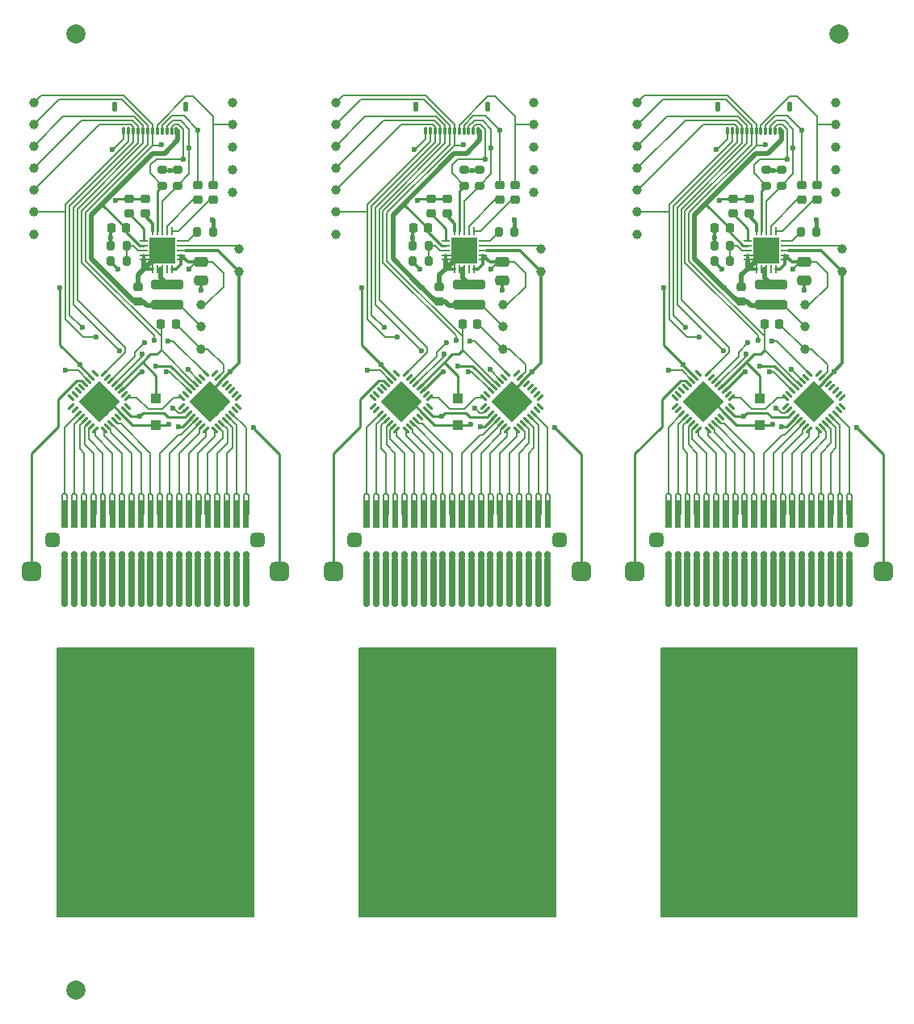
<source format=gbr>
%TF.GenerationSoftware,KiCad,Pcbnew,7.0.5*%
%TF.CreationDate,2023-08-02T13:00:21+02:00*%
%TF.ProjectId,actuator_panel,61637475-6174-46f7-925f-70616e656c2e,rev?*%
%TF.SameCoordinates,Original*%
%TF.FileFunction,Copper,L1,Top*%
%TF.FilePolarity,Positive*%
%FSLAX46Y46*%
G04 Gerber Fmt 4.6, Leading zero omitted, Abs format (unit mm)*
G04 Created by KiCad (PCBNEW 7.0.5) date 2023-08-02 13:00:21*
%MOMM*%
%LPD*%
G01*
G04 APERTURE LIST*
G04 Aperture macros list*
%AMRoundRect*
0 Rectangle with rounded corners*
0 $1 Rounding radius*
0 $2 $3 $4 $5 $6 $7 $8 $9 X,Y pos of 4 corners*
0 Add a 4 corners polygon primitive as box body*
4,1,4,$2,$3,$4,$5,$6,$7,$8,$9,$2,$3,0*
0 Add four circle primitives for the rounded corners*
1,1,$1+$1,$2,$3*
1,1,$1+$1,$4,$5*
1,1,$1+$1,$6,$7*
1,1,$1+$1,$8,$9*
0 Add four rect primitives between the rounded corners*
20,1,$1+$1,$2,$3,$4,$5,0*
20,1,$1+$1,$4,$5,$6,$7,0*
20,1,$1+$1,$6,$7,$8,$9,0*
20,1,$1+$1,$8,$9,$2,$3,0*%
%AMRotRect*
0 Rectangle, with rotation*
0 The origin of the aperture is its center*
0 $1 length*
0 $2 width*
0 $3 Rotation angle, in degrees counterclockwise*
0 Add horizontal line*
21,1,$1,$2,0,0,$3*%
G04 Aperture macros list end*
%TA.AperFunction,TestPad*%
%ADD10C,1.000000*%
%TD*%
%TA.AperFunction,SMDPad,CuDef*%
%ADD11RoundRect,0.200000X-0.200000X-0.275000X0.200000X-0.275000X0.200000X0.275000X-0.200000X0.275000X0*%
%TD*%
%TA.AperFunction,ComponentPad*%
%ADD12RoundRect,0.500000X-0.500000X-0.500000X0.500000X-0.500000X0.500000X0.500000X-0.500000X0.500000X0*%
%TD*%
%TA.AperFunction,ComponentPad*%
%ADD13RoundRect,0.150000X-0.150000X-0.250000X0.150000X-0.250000X0.150000X0.250000X-0.150000X0.250000X0*%
%TD*%
%TA.AperFunction,ComponentPad*%
%ADD14RoundRect,0.150000X-0.150000X-2.200000X0.150000X-2.200000X0.150000X2.200000X-0.150000X2.200000X0*%
%TD*%
%TA.AperFunction,SMDPad,CuDef*%
%ADD15C,2.000000*%
%TD*%
%TA.AperFunction,SMDPad,CuDef*%
%ADD16RoundRect,0.062500X-0.350000X-0.062500X0.350000X-0.062500X0.350000X0.062500X-0.350000X0.062500X0*%
%TD*%
%TA.AperFunction,SMDPad,CuDef*%
%ADD17RoundRect,0.062500X-0.062500X-0.350000X0.062500X-0.350000X0.062500X0.350000X-0.062500X0.350000X0*%
%TD*%
%TA.AperFunction,ComponentPad*%
%ADD18C,0.500000*%
%TD*%
%TA.AperFunction,SMDPad,CuDef*%
%ADD19R,2.700000X2.700000*%
%TD*%
%TA.AperFunction,SMDPad,CuDef*%
%ADD20RoundRect,0.200000X-0.275000X0.200000X-0.275000X-0.200000X0.275000X-0.200000X0.275000X0.200000X0*%
%TD*%
%TA.AperFunction,SMDPad,CuDef*%
%ADD21RoundRect,0.250000X-1.450000X0.250000X-1.450000X-0.250000X1.450000X-0.250000X1.450000X0.250000X0*%
%TD*%
%TA.AperFunction,SMDPad,CuDef*%
%ADD22RoundRect,0.225000X0.250000X-0.225000X0.250000X0.225000X-0.250000X0.225000X-0.250000X-0.225000X0*%
%TD*%
%TA.AperFunction,SMDPad,CuDef*%
%ADD23RoundRect,0.062500X-0.220971X-0.309359X0.309359X0.220971X0.220971X0.309359X-0.309359X-0.220971X0*%
%TD*%
%TA.AperFunction,SMDPad,CuDef*%
%ADD24RoundRect,0.062500X0.220971X-0.309359X0.309359X-0.220971X-0.220971X0.309359X-0.309359X0.220971X0*%
%TD*%
%TA.AperFunction,SMDPad,CuDef*%
%ADD25RotRect,3.100000X3.100000X45.000000*%
%TD*%
%TA.AperFunction,SMDPad,CuDef*%
%ADD26RoundRect,0.075000X0.075000X0.325000X-0.075000X0.325000X-0.075000X-0.325000X0.075000X-0.325000X0*%
%TD*%
%TA.AperFunction,SMDPad,CuDef*%
%ADD27RoundRect,0.125000X0.125000X0.375000X-0.125000X0.375000X-0.125000X-0.375000X0.125000X-0.375000X0*%
%TD*%
%TA.AperFunction,SMDPad,CuDef*%
%ADD28RoundRect,0.250000X0.300000X-0.300000X0.300000X0.300000X-0.300000X0.300000X-0.300000X-0.300000X0*%
%TD*%
%TA.AperFunction,SMDPad,CuDef*%
%ADD29RoundRect,0.200000X0.275000X-0.200000X0.275000X0.200000X-0.275000X0.200000X-0.275000X-0.200000X0*%
%TD*%
%TA.AperFunction,SMDPad,CuDef*%
%ADD30RoundRect,0.225000X-0.225000X-0.250000X0.225000X-0.250000X0.225000X0.250000X-0.225000X0.250000X0*%
%TD*%
%TA.AperFunction,SMDPad,CuDef*%
%ADD31RoundRect,0.250000X-0.475000X0.250000X-0.475000X-0.250000X0.475000X-0.250000X0.475000X0.250000X0*%
%TD*%
%TA.AperFunction,SMDPad,CuDef*%
%ADD32RoundRect,0.062500X0.309359X-0.220971X-0.220971X0.309359X-0.309359X0.220971X0.220971X-0.309359X0*%
%TD*%
%TA.AperFunction,SMDPad,CuDef*%
%ADD33RoundRect,0.062500X0.309359X0.220971X0.220971X0.309359X-0.309359X-0.220971X-0.220971X-0.309359X0*%
%TD*%
%TA.AperFunction,SMDPad,CuDef*%
%ADD34RotRect,3.100000X3.100000X135.000000*%
%TD*%
%TA.AperFunction,SMDPad,CuDef*%
%ADD35RoundRect,0.225000X0.225000X0.250000X-0.225000X0.250000X-0.225000X-0.250000X0.225000X-0.250000X0*%
%TD*%
%TA.AperFunction,SMDPad,CuDef*%
%ADD36R,0.300000X3.000000*%
%TD*%
%TA.AperFunction,SMDPad,CuDef*%
%ADD37RoundRect,0.375000X-0.375000X-0.375000X0.375000X-0.375000X0.375000X0.375000X-0.375000X0.375000X0*%
%TD*%
%TA.AperFunction,ViaPad*%
%ADD38C,0.600000*%
%TD*%
%TA.AperFunction,Conductor*%
%ADD39C,0.200000*%
%TD*%
%TA.AperFunction,Conductor*%
%ADD40C,0.250000*%
%TD*%
%TA.AperFunction,Conductor*%
%ADD41C,0.300000*%
%TD*%
%TA.AperFunction,Conductor*%
%ADD42C,0.500000*%
%TD*%
%TA.AperFunction,Conductor*%
%ADD43C,0.400000*%
%TD*%
G04 APERTURE END LIST*
D10*
%TO.P,TP14,1,1*%
%TO.N,Board_1-/SS*%
X135725000Y-38900000D03*
%TD*%
%TO.P,TP2,1,1*%
%TO.N,Board_0-GND*%
X124875000Y-39150000D03*
%TD*%
D11*
%TO.P,R3,1*%
%TO.N,Board_1-Net-(U3-REXT)*%
X152850000Y-43300000D03*
%TO.P,R3,2*%
%TO.N,Board_1-GND*%
X154500000Y-43300000D03*
%TD*%
D10*
%TO.P,TP12,1,1*%
%TO.N,Board_0-/SCLK*%
X104075000Y-36600000D03*
%TD*%
%TO.P,TP4,1,1*%
%TO.N,Board_2-/VBST*%
X184925000Y-50900000D03*
%TD*%
%TO.P,TP5,1,1*%
%TO.N,Board_1-/OUT-*%
X157225000Y-45050000D03*
%TD*%
D12*
%TO.P,piezo1,21,Pin_21*%
%TO.N,Board_2-/PZT_Common*%
X167115000Y-78800000D03*
D13*
X170615000Y-77150000D03*
D14*
X170615000Y-79650000D03*
D13*
X170615000Y-82150000D03*
X171615000Y-77150000D03*
D14*
X171615000Y-79650000D03*
D13*
X171615000Y-82150000D03*
X172615000Y-77150000D03*
D14*
X172615000Y-79650000D03*
D13*
X172615000Y-82150000D03*
X173615000Y-77150000D03*
D14*
X173615000Y-79650000D03*
D13*
X173615000Y-82150000D03*
X174615000Y-77150000D03*
D14*
X174615000Y-79650000D03*
D13*
X174615000Y-82150000D03*
X175615000Y-77150000D03*
D14*
X175615000Y-79650000D03*
D13*
X175615000Y-82150000D03*
X176615000Y-77150000D03*
D14*
X176615000Y-79650000D03*
D13*
X176615000Y-82150000D03*
X177615000Y-77150000D03*
D14*
X177615000Y-79650000D03*
D13*
X177615000Y-82150000D03*
X178615000Y-77150000D03*
D14*
X178615000Y-79650000D03*
D13*
X178615000Y-82150000D03*
X179615000Y-77150000D03*
D14*
X179615000Y-79650000D03*
D13*
X179615000Y-82150000D03*
X180615000Y-77150000D03*
D14*
X180615000Y-79650000D03*
D13*
X180615000Y-82150000D03*
X181615000Y-77150000D03*
D14*
X181615000Y-79650000D03*
D13*
X181615000Y-82150000D03*
X182615000Y-77150000D03*
D14*
X182615000Y-79650000D03*
D13*
X182615000Y-82150000D03*
X183615000Y-77150000D03*
D14*
X183615000Y-79650000D03*
D13*
X183615000Y-82150000D03*
X184615000Y-77150000D03*
D14*
X184615000Y-79650000D03*
D13*
X184615000Y-82150000D03*
X185615000Y-77150000D03*
D14*
X185615000Y-79650000D03*
D13*
X185615000Y-82150000D03*
X186615000Y-77150000D03*
D14*
X186615000Y-79650000D03*
D13*
X186615000Y-82150000D03*
X187615000Y-77150000D03*
D14*
X187615000Y-79650000D03*
D13*
X187615000Y-82150000D03*
X188615000Y-77150000D03*
D14*
X188615000Y-79650000D03*
D13*
X188615000Y-82150000D03*
X189615000Y-77150000D03*
D14*
X189615000Y-79650000D03*
D13*
X189615000Y-82150000D03*
D12*
X193115000Y-78800000D03*
D13*
%TO.P,piezo1,22,Pin_22*%
%TO.N,Board_2-/fill*%
X170615000Y-89350000D03*
X170615000Y-98600000D03*
X170615000Y-107850000D03*
X171615000Y-94000000D03*
X171615000Y-103250000D03*
X171615000Y-112500000D03*
X172615000Y-89350000D03*
X172615000Y-98600000D03*
X172615000Y-107850000D03*
X173615000Y-94000000D03*
X173615000Y-103250000D03*
X173615000Y-112500000D03*
X174615000Y-89350000D03*
X174615000Y-98600000D03*
X174615000Y-107850000D03*
X175615000Y-94000000D03*
X175615000Y-103250000D03*
X175615000Y-112500000D03*
X176615000Y-89350000D03*
X176615000Y-98600000D03*
X176615000Y-107850000D03*
X177615000Y-94000000D03*
X177615000Y-103250000D03*
X177615000Y-112500000D03*
X178615000Y-89350000D03*
X178615000Y-98600000D03*
X178615000Y-107850000D03*
X179615000Y-94000000D03*
X179615000Y-103250000D03*
X179615000Y-112500000D03*
X180615000Y-89350000D03*
X180615000Y-98600000D03*
X180615000Y-107850000D03*
X181615000Y-94000000D03*
X181615000Y-103250000D03*
X181615000Y-112500000D03*
X182615000Y-89350000D03*
X182615000Y-98600000D03*
X182615000Y-107850000D03*
X183615000Y-94000000D03*
X183615000Y-103250000D03*
X183615000Y-112500000D03*
X184615000Y-89350000D03*
X184615000Y-98600000D03*
X184615000Y-107850000D03*
X185615000Y-94000000D03*
X185615000Y-103250000D03*
X185615000Y-112500000D03*
X186615000Y-89350000D03*
X186615000Y-98600000D03*
X186615000Y-107850000D03*
X187615000Y-94000000D03*
X187615000Y-103250000D03*
X187615000Y-112500000D03*
X188615000Y-89350000D03*
X188615000Y-98600000D03*
X188615000Y-107850000D03*
X189615000Y-94000000D03*
X189615000Y-103250000D03*
X189615000Y-112500000D03*
%TD*%
D10*
%TO.P,TP4,1,1*%
%TO.N,Board_1-/VBST*%
X153275000Y-50900000D03*
%TD*%
%TO.P,TP7,1,1*%
%TO.N,Board_0-/IN-*%
X124875000Y-32062500D03*
%TD*%
D15*
%TO.P,REF\u002A\u002A,*%
%TO.N,*%
X108525000Y-22500000D03*
%TD*%
D10*
%TO.P,TP1,1,1*%
%TO.N,Board_1-/VDD*%
X135725000Y-29750000D03*
%TD*%
D11*
%TO.P,R2,1*%
%TO.N,Board_1-GND*%
X143800000Y-44700000D03*
%TO.P,R2,2*%
%TO.N,Board_1-Net-(U3-FB)*%
X145450000Y-44700000D03*
%TD*%
D16*
%TO.P,U3,1,VPUMP*%
%TO.N,Board_2-Net-(U3-VPUMP)*%
X178912500Y-44200000D03*
%TO.P,U3,2,VDD*%
%TO.N,Board_2-/VIN*%
X178912500Y-44700000D03*
%TO.P,U3,3,FB*%
%TO.N,Board_2-Net-(U3-FB)*%
X178912500Y-45200000D03*
%TO.P,U3,4,GND*%
%TO.N,Board_2-GND*%
X178912500Y-45700000D03*
%TO.P,U3,5,GND*%
X178912500Y-46200000D03*
D17*
%TO.P,U3,6,GND*%
X179875000Y-47162500D03*
%TO.P,U3,7,SW*%
%TO.N,Board_2-Net-(L1-Pad1)*%
X180375000Y-47162500D03*
%TO.P,U3,8,SW*%
X180875000Y-47162500D03*
%TO.P,U3,9,NC*%
%TO.N,Board_2-unconnected-(U3-NC-Pad9)*%
X181375000Y-47162500D03*
%TO.P,U3,10,VBST*%
%TO.N,Board_2-/VBST*%
X181875000Y-47162500D03*
D16*
%TO.P,U3,11,VBST*%
X182837500Y-46200000D03*
%TO.P,U3,12,PVDD*%
X182837500Y-45700000D03*
%TO.P,U3,13,OUT+*%
%TO.N,Board_2-/VPP*%
X182837500Y-45200000D03*
%TO.P,U3,14,OUT-*%
%TO.N,Board_2-/OUT-*%
X182837500Y-44700000D03*
%TO.P,U3,15,REXT*%
%TO.N,Board_2-Net-(U3-REXT)*%
X182837500Y-44200000D03*
D17*
%TO.P,U3,16,IN-*%
%TO.N,Board_2-Net-(U3-IN-)*%
X181875000Y-43237500D03*
%TO.P,U3,17,IN+*%
%TO.N,Board_2-Net-(U3-IN+)*%
X181375000Y-43237500D03*
%TO.P,U3,18,SCL*%
%TO.N,Board_2-/SCL*%
X180875000Y-43237500D03*
%TO.P,U3,19,SDA*%
%TO.N,Board_2-/SDA*%
X180375000Y-43237500D03*
%TO.P,U3,20,REG*%
%TO.N,Board_2-Net-(U3-REG)*%
X179875000Y-43237500D03*
D18*
%TO.P,U3,21,GND*%
%TO.N,Board_2-GND*%
X179775000Y-44100000D03*
X179775000Y-45200000D03*
X179775000Y-46300000D03*
X180875000Y-44100000D03*
X180875000Y-45200000D03*
D19*
X180875000Y-45200000D03*
D18*
X180875000Y-46300000D03*
X181975000Y-44100000D03*
X181975000Y-45200000D03*
X181975000Y-46300000D03*
%TD*%
D11*
%TO.P,R2,1*%
%TO.N,Board_0-GND*%
X112150000Y-44700000D03*
%TO.P,R2,2*%
%TO.N,Board_0-Net-(U3-FB)*%
X113800000Y-44700000D03*
%TD*%
D10*
%TO.P,TP9,1,1*%
%TO.N,Board_0-/MISO*%
X104075000Y-34300000D03*
%TD*%
D20*
%TO.P,R4,1*%
%TO.N,Board_2-/VDD*%
X180875000Y-36775000D03*
%TO.P,R4,2*%
%TO.N,Board_2-/SDA*%
X180875000Y-38425000D03*
%TD*%
%TO.P,R4,1*%
%TO.N,Board_0-/VDD*%
X117575000Y-36775000D03*
%TO.P,R4,2*%
%TO.N,Board_0-/SDA*%
X117575000Y-38425000D03*
%TD*%
D11*
%TO.P,R2,1*%
%TO.N,Board_2-GND*%
X175450000Y-44700000D03*
%TO.P,R2,2*%
%TO.N,Board_2-Net-(U3-FB)*%
X177100000Y-44700000D03*
%TD*%
%TO.P,R3,1*%
%TO.N,Board_0-Net-(U3-REXT)*%
X121200000Y-43300000D03*
%TO.P,R3,2*%
%TO.N,Board_0-GND*%
X122850000Y-43300000D03*
%TD*%
D21*
%TO.P,L1,1,1*%
%TO.N,Board_1-Net-(L1-Pad1)*%
X149725000Y-48800000D03*
%TO.P,L1,2,2*%
%TO.N,Board_1-/VIN*%
X149725000Y-50900000D03*
%TD*%
D22*
%TO.P,C2,1*%
%TO.N,Board_0-Net-(U3-VPUMP)*%
X114075000Y-41375000D03*
%TO.P,C2,2*%
%TO.N,Board_0-GND*%
X114075000Y-39825000D03*
%TD*%
D21*
%TO.P,L1,1,1*%
%TO.N,Board_2-Net-(L1-Pad1)*%
X181375000Y-48800000D03*
%TO.P,L1,2,2*%
%TO.N,Board_2-/VIN*%
X181375000Y-50900000D03*
%TD*%
D12*
%TO.P,piezo1,21,Pin_21*%
%TO.N,Board_0-/PZT_Common*%
X103815000Y-78800000D03*
D13*
X107315000Y-77150000D03*
D14*
X107315000Y-79650000D03*
D13*
X107315000Y-82150000D03*
X108315000Y-77150000D03*
D14*
X108315000Y-79650000D03*
D13*
X108315000Y-82150000D03*
X109315000Y-77150000D03*
D14*
X109315000Y-79650000D03*
D13*
X109315000Y-82150000D03*
X110315000Y-77150000D03*
D14*
X110315000Y-79650000D03*
D13*
X110315000Y-82150000D03*
X111315000Y-77150000D03*
D14*
X111315000Y-79650000D03*
D13*
X111315000Y-82150000D03*
X112315000Y-77150000D03*
D14*
X112315000Y-79650000D03*
D13*
X112315000Y-82150000D03*
X113315000Y-77150000D03*
D14*
X113315000Y-79650000D03*
D13*
X113315000Y-82150000D03*
X114315000Y-77150000D03*
D14*
X114315000Y-79650000D03*
D13*
X114315000Y-82150000D03*
X115315000Y-77150000D03*
D14*
X115315000Y-79650000D03*
D13*
X115315000Y-82150000D03*
X116315000Y-77150000D03*
D14*
X116315000Y-79650000D03*
D13*
X116315000Y-82150000D03*
X117315000Y-77150000D03*
D14*
X117315000Y-79650000D03*
D13*
X117315000Y-82150000D03*
X118315000Y-77150000D03*
D14*
X118315000Y-79650000D03*
D13*
X118315000Y-82150000D03*
X119315000Y-77150000D03*
D14*
X119315000Y-79650000D03*
D13*
X119315000Y-82150000D03*
X120315000Y-77150000D03*
D14*
X120315000Y-79650000D03*
D13*
X120315000Y-82150000D03*
X121315000Y-77150000D03*
D14*
X121315000Y-79650000D03*
D13*
X121315000Y-82150000D03*
X122315000Y-77150000D03*
D14*
X122315000Y-79650000D03*
D13*
X122315000Y-82150000D03*
X123315000Y-77150000D03*
D14*
X123315000Y-79650000D03*
D13*
X123315000Y-82150000D03*
X124315000Y-77150000D03*
D14*
X124315000Y-79650000D03*
D13*
X124315000Y-82150000D03*
X125315000Y-77150000D03*
D14*
X125315000Y-79650000D03*
D13*
X125315000Y-82150000D03*
X126315000Y-77150000D03*
D14*
X126315000Y-79650000D03*
D13*
X126315000Y-82150000D03*
D12*
X129815000Y-78800000D03*
D13*
%TO.P,piezo1,22,Pin_22*%
%TO.N,Board_0-/fill*%
X107315000Y-89350000D03*
X107315000Y-98600000D03*
X107315000Y-107850000D03*
X108315000Y-94000000D03*
X108315000Y-103250000D03*
X108315000Y-112500000D03*
X109315000Y-89350000D03*
X109315000Y-98600000D03*
X109315000Y-107850000D03*
X110315000Y-94000000D03*
X110315000Y-103250000D03*
X110315000Y-112500000D03*
X111315000Y-89350000D03*
X111315000Y-98600000D03*
X111315000Y-107850000D03*
X112315000Y-94000000D03*
X112315000Y-103250000D03*
X112315000Y-112500000D03*
X113315000Y-89350000D03*
X113315000Y-98600000D03*
X113315000Y-107850000D03*
X114315000Y-94000000D03*
X114315000Y-103250000D03*
X114315000Y-112500000D03*
X115315000Y-89350000D03*
X115315000Y-98600000D03*
X115315000Y-107850000D03*
X116315000Y-94000000D03*
X116315000Y-103250000D03*
X116315000Y-112500000D03*
X117315000Y-89350000D03*
X117315000Y-98600000D03*
X117315000Y-107850000D03*
X118315000Y-94000000D03*
X118315000Y-103250000D03*
X118315000Y-112500000D03*
X119315000Y-89350000D03*
X119315000Y-98600000D03*
X119315000Y-107850000D03*
X120315000Y-94000000D03*
X120315000Y-103250000D03*
X120315000Y-112500000D03*
X121315000Y-89350000D03*
X121315000Y-98600000D03*
X121315000Y-107850000D03*
X122315000Y-94000000D03*
X122315000Y-103250000D03*
X122315000Y-112500000D03*
X123315000Y-89350000D03*
X123315000Y-98600000D03*
X123315000Y-107850000D03*
X124315000Y-94000000D03*
X124315000Y-103250000D03*
X124315000Y-112500000D03*
X125315000Y-89350000D03*
X125315000Y-98600000D03*
X125315000Y-107850000D03*
X126315000Y-94000000D03*
X126315000Y-103250000D03*
X126315000Y-112500000D03*
%TD*%
D23*
%TO.P,U1,1,HVout12*%
%TO.N,Board_2-unconnected-(U1-HVout12-Pad1)*%
X171313990Y-61586136D03*
%TO.P,U1,2,HVout11*%
%TO.N,Board_2-unconnected-(U1-HVout11-Pad2)*%
X171667544Y-61939689D03*
%TO.P,U1,3,HVout10*%
%TO.N,Board_2-/reed1*%
X172021097Y-62293243D03*
%TO.P,U1,4,HVout9*%
%TO.N,Board_2-/reed2*%
X172374651Y-62646796D03*
%TO.P,U1,5,HVout8*%
%TO.N,Board_2-/reed3*%
X172728204Y-63000349D03*
%TO.P,U1,6,HVout7*%
%TO.N,Board_2-/reed4*%
X173081757Y-63353903D03*
%TO.P,U1,7,HVout6*%
%TO.N,Board_2-/reed5*%
X173435311Y-63707456D03*
%TO.P,U1,8,HVout5*%
%TO.N,Board_2-/reed6*%
X173788864Y-64061010D03*
D24*
%TO.P,U1,9,HVout4*%
%TO.N,Board_2-/reed7*%
X174761136Y-64061010D03*
%TO.P,U1,10,HVout3*%
%TO.N,Board_2-/reed8*%
X175114689Y-63707456D03*
%TO.P,U1,11,HVout2*%
%TO.N,Board_2-/reed9*%
X175468243Y-63353903D03*
%TO.P,U1,12,HVout1*%
%TO.N,Board_2-/reed10*%
X175821796Y-63000349D03*
%TO.P,U1,13,NC*%
%TO.N,Board_2-unconnected-(U1-NC-Pad13)*%
X176175349Y-62646796D03*
%TO.P,U1,14,VPP*%
%TO.N,Board_2-/VPP*%
X176528903Y-62293243D03*
%TO.P,U1,15,GND*%
%TO.N,Board_2-GND*%
X176882456Y-61939689D03*
%TO.P,U1,16,NC*%
%TO.N,Board_2-unconnected-(U1-NC-Pad16)*%
X177236010Y-61586136D03*
D23*
%TO.P,U1,17,DIN*%
%TO.N,Board_2-Net-(U1-DIN)*%
X177236010Y-60613864D03*
%TO.P,U1,18,NC*%
%TO.N,Board_2-unconnected-(U1-NC-Pad18)*%
X176882456Y-60260311D03*
%TO.P,U1,19,CLK*%
%TO.N,Board_2-/SCLK*%
X176528903Y-59906757D03*
%TO.P,U1,20,VDD*%
%TO.N,Board_2-/VDD*%
X176175349Y-59553204D03*
%TO.P,U1,21,~POL~*%
%TO.N,Board_2-/POL*%
X175821796Y-59199651D03*
%TO.P,U1,22,~LE~*%
%TO.N,Board_2-/SS*%
X175468243Y-58846097D03*
%TO.P,U1,23,NC*%
%TO.N,Board_2-unconnected-(U1-NC-Pad23)*%
X175114689Y-58492544D03*
%TO.P,U1,24,DOUT*%
%TO.N,Board_2-/MISO*%
X174761136Y-58138990D03*
D24*
%TO.P,U1,25,NC*%
%TO.N,Board_2-unconnected-(U1-NC-Pad25)*%
X173788864Y-58138990D03*
%TO.P,U1,26,VBIAS*%
%TO.N,Board_2-/VIN*%
X173435311Y-58492544D03*
%TO.P,U1,27,HVGND*%
%TO.N,Board_2-GND*%
X173081757Y-58846097D03*
%TO.P,U1,28,BP*%
%TO.N,Board_2-/PZT_Common*%
X172728204Y-59199651D03*
%TO.P,U1,29,HVout16*%
%TO.N,Board_2-unconnected-(U1-HVout16-Pad29)*%
X172374651Y-59553204D03*
%TO.P,U1,30,HVout15*%
%TO.N,Board_2-unconnected-(U1-HVout15-Pad30)*%
X172021097Y-59906757D03*
%TO.P,U1,31,HVout14*%
%TO.N,Board_2-unconnected-(U1-HVout14-Pad31)*%
X171667544Y-60260311D03*
%TO.P,U1,32,HVout13*%
%TO.N,Board_2-unconnected-(U1-HVout13-Pad32)*%
X171313990Y-60613864D03*
D18*
%TO.P,U1,33,VPP*%
%TO.N,Board_2-/VPP*%
X172436522Y-61100000D03*
X173049348Y-61712826D03*
X173662174Y-62325652D03*
X174275000Y-62938478D03*
X173049348Y-60487174D03*
X173662175Y-61100000D03*
X174275000Y-61712825D03*
X174887826Y-62325652D03*
D25*
X174275000Y-61100000D03*
D18*
X173662174Y-59874348D03*
X174275000Y-60487175D03*
X174887825Y-61100000D03*
X175500652Y-61712826D03*
X174275000Y-59261522D03*
X174887826Y-59874348D03*
X175500652Y-60487174D03*
X176113478Y-61100000D03*
%TD*%
D26*
%TO.P,J1,1,Pin_1*%
%TO.N,Board_2-GND*%
X176825000Y-32700000D03*
%TO.P,J1,2,Pin_2*%
%TO.N,Board_2-/POL*%
X177325000Y-32700000D03*
%TO.P,J1,3,Pin_3*%
%TO.N,Board_2-/SS*%
X177825000Y-32700000D03*
%TO.P,J1,4,Pin_4*%
%TO.N,Board_2-/SCLK*%
X178325000Y-32700000D03*
%TO.P,J1,5,Pin_5*%
%TO.N,Board_2-/MISO*%
X178825000Y-32700000D03*
%TO.P,J1,6,Pin_6*%
%TO.N,Board_2-/MOSI*%
X179325000Y-32700000D03*
%TO.P,J1,7,Pin_7*%
%TO.N,Board_2-/VDD*%
X179825000Y-32700000D03*
%TO.P,J1,8,Pin_8*%
%TO.N,Board_2-/IN-*%
X180325000Y-32700000D03*
%TO.P,J1,9,Pin_9*%
%TO.N,Board_2-/IN+*%
X180825000Y-32700000D03*
%TO.P,J1,10,Pin_10*%
%TO.N,Board_2-/SCL*%
X181325000Y-32700000D03*
%TO.P,J1,11,Pin_11*%
%TO.N,Board_2-/SDA*%
X181825000Y-32700000D03*
%TO.P,J1,12,Pin_12*%
%TO.N,Board_2-/VIN*%
X182325000Y-32700000D03*
D27*
%TO.P,J1,MP*%
%TO.N,N/C*%
X183325000Y-30200000D03*
X175825000Y-30200000D03*
%TD*%
D28*
%TO.P,D1,1,K*%
%TO.N,Board_1-/VPP*%
X148525000Y-63500000D03*
%TO.P,D1,2,A*%
%TO.N,Board_1-/VDD*%
X148525000Y-60700000D03*
%TD*%
D11*
%TO.P,R1,1*%
%TO.N,Board_0-/VBST*%
X112150000Y-46300000D03*
%TO.P,R1,2*%
%TO.N,Board_0-Net-(U3-FB)*%
X113800000Y-46300000D03*
%TD*%
D10*
%TO.P,TP9,1,1*%
%TO.N,Board_1-/MISO*%
X135725000Y-34300000D03*
%TD*%
%TO.P,TP11,1,1*%
%TO.N,Board_1-/SCL*%
X156525000Y-34400000D03*
%TD*%
D29*
%TO.P,R5,1*%
%TO.N,Board_0-/SCL*%
X119175000Y-38425000D03*
%TO.P,R5,2*%
%TO.N,Board_0-/VDD*%
X119175000Y-36775000D03*
%TD*%
D30*
%TO.P,C8,1*%
%TO.N,Board_1-/VDD*%
X149050000Y-52900000D03*
%TO.P,C8,2*%
%TO.N,Board_1-GND*%
X150600000Y-52900000D03*
%TD*%
D26*
%TO.P,J1,1,Pin_1*%
%TO.N,Board_1-GND*%
X145175000Y-32700000D03*
%TO.P,J1,2,Pin_2*%
%TO.N,Board_1-/POL*%
X145675000Y-32700000D03*
%TO.P,J1,3,Pin_3*%
%TO.N,Board_1-/SS*%
X146175000Y-32700000D03*
%TO.P,J1,4,Pin_4*%
%TO.N,Board_1-/SCLK*%
X146675000Y-32700000D03*
%TO.P,J1,5,Pin_5*%
%TO.N,Board_1-/MISO*%
X147175000Y-32700000D03*
%TO.P,J1,6,Pin_6*%
%TO.N,Board_1-/MOSI*%
X147675000Y-32700000D03*
%TO.P,J1,7,Pin_7*%
%TO.N,Board_1-/VDD*%
X148175000Y-32700000D03*
%TO.P,J1,8,Pin_8*%
%TO.N,Board_1-/IN-*%
X148675000Y-32700000D03*
%TO.P,J1,9,Pin_9*%
%TO.N,Board_1-/IN+*%
X149175000Y-32700000D03*
%TO.P,J1,10,Pin_10*%
%TO.N,Board_1-/SCL*%
X149675000Y-32700000D03*
%TO.P,J1,11,Pin_11*%
%TO.N,Board_1-/SDA*%
X150175000Y-32700000D03*
%TO.P,J1,12,Pin_12*%
%TO.N,Board_1-/VIN*%
X150675000Y-32700000D03*
D27*
%TO.P,J1,MP*%
%TO.N,N/C*%
X151675000Y-30200000D03*
X144175000Y-30200000D03*
%TD*%
D31*
%TO.P,C4,1*%
%TO.N,Board_2-/VBST*%
X184875000Y-46450000D03*
%TO.P,C4,2*%
%TO.N,Board_2-GND*%
X184875000Y-48350000D03*
%TD*%
D22*
%TO.P,C2,1*%
%TO.N,Board_2-Net-(U3-VPUMP)*%
X177375000Y-41375000D03*
%TO.P,C2,2*%
%TO.N,Board_2-GND*%
X177375000Y-39825000D03*
%TD*%
D32*
%TO.P,U2,1,HVout12*%
%TO.N,Board_2-/reed15*%
X186361136Y-64061010D03*
%TO.P,U2,2,HVout11*%
%TO.N,Board_2-/reed16*%
X186714689Y-63707456D03*
%TO.P,U2,3,HVout10*%
%TO.N,Board_2-/reed17*%
X187068243Y-63353903D03*
%TO.P,U2,4,HVout9*%
%TO.N,Board_2-/reed18*%
X187421796Y-63000349D03*
%TO.P,U2,5,HVout8*%
%TO.N,Board_2-/reed19*%
X187775349Y-62646796D03*
%TO.P,U2,6,HVout7*%
%TO.N,Board_2-/reed20*%
X188128903Y-62293243D03*
%TO.P,U2,7,HVout6*%
%TO.N,Board_2-unconnected-(U2-HVout6-Pad7)*%
X188482456Y-61939689D03*
%TO.P,U2,8,HVout5*%
%TO.N,Board_2-unconnected-(U2-HVout5-Pad8)*%
X188836010Y-61586136D03*
D33*
%TO.P,U2,9,HVout4*%
%TO.N,Board_2-unconnected-(U2-HVout4-Pad9)*%
X188836010Y-60613864D03*
%TO.P,U2,10,HVout3*%
%TO.N,Board_2-unconnected-(U2-HVout3-Pad10)*%
X188482456Y-60260311D03*
%TO.P,U2,11,HVout2*%
%TO.N,Board_2-unconnected-(U2-HVout2-Pad11)*%
X188128903Y-59906757D03*
%TO.P,U2,12,HVout1*%
%TO.N,Board_2-unconnected-(U2-HVout1-Pad12)*%
X187775349Y-59553204D03*
%TO.P,U2,13,NC*%
%TO.N,Board_2-unconnected-(U2-NC-Pad13)*%
X187421796Y-59199651D03*
%TO.P,U2,14,VPP*%
%TO.N,Board_2-/VPP*%
X187068243Y-58846097D03*
%TO.P,U2,15,GND*%
%TO.N,Board_2-GND*%
X186714689Y-58492544D03*
%TO.P,U2,16,NC*%
%TO.N,Board_2-unconnected-(U2-NC-Pad16)*%
X186361136Y-58138990D03*
D32*
%TO.P,U2,17,DIN*%
%TO.N,Board_2-/MOSI*%
X185388864Y-58138990D03*
%TO.P,U2,18,NC*%
%TO.N,Board_2-unconnected-(U2-NC-Pad18)*%
X185035311Y-58492544D03*
%TO.P,U2,19,CLK*%
%TO.N,Board_2-/SCLK*%
X184681757Y-58846097D03*
%TO.P,U2,20,VDD*%
%TO.N,Board_2-/VDD*%
X184328204Y-59199651D03*
%TO.P,U2,21,~POL~*%
%TO.N,Board_2-/POL*%
X183974651Y-59553204D03*
%TO.P,U2,22,~LE~*%
%TO.N,Board_2-/SS*%
X183621097Y-59906757D03*
%TO.P,U2,23,NC*%
%TO.N,Board_2-unconnected-(U2-NC-Pad23)*%
X183267544Y-60260311D03*
%TO.P,U2,24,DOUT*%
%TO.N,Board_2-Net-(U1-DIN)*%
X182913990Y-60613864D03*
D33*
%TO.P,U2,25,NC*%
%TO.N,Board_2-unconnected-(U2-NC-Pad25)*%
X182913990Y-61586136D03*
%TO.P,U2,26,VBIAS*%
%TO.N,Board_2-/VIN*%
X183267544Y-61939689D03*
%TO.P,U2,27,HVGND*%
%TO.N,Board_2-GND*%
X183621097Y-62293243D03*
%TO.P,U2,28,BP*%
%TO.N,Board_2-/PZT_Common*%
X183974651Y-62646796D03*
%TO.P,U2,29,HVout16*%
%TO.N,Board_2-/reed11*%
X184328204Y-63000349D03*
%TO.P,U2,30,HVout15*%
%TO.N,Board_2-/reed12*%
X184681757Y-63353903D03*
%TO.P,U2,31,HVout14*%
%TO.N,Board_2-/reed13*%
X185035311Y-63707456D03*
%TO.P,U2,32,HVout13*%
%TO.N,Board_2-/reed14*%
X185388864Y-64061010D03*
D18*
%TO.P,U2,33,VPP*%
%TO.N,Board_2-/VPP*%
X185875000Y-62938478D03*
X186487826Y-62325652D03*
X187100652Y-61712826D03*
X187713478Y-61100000D03*
X185262174Y-62325652D03*
X185875000Y-61712825D03*
X186487825Y-61100000D03*
X187100652Y-60487174D03*
D34*
X185875000Y-61100000D03*
D18*
X184649348Y-61712826D03*
X185262175Y-61100000D03*
X185875000Y-60487175D03*
X186487826Y-59874348D03*
X184036522Y-61100000D03*
X184649348Y-60487174D03*
X185262174Y-59874348D03*
X185875000Y-59261522D03*
%TD*%
D22*
%TO.P,C6,1*%
%TO.N,Board_0-Net-(U3-IN+)*%
X121275000Y-39925000D03*
%TO.P,C6,2*%
%TO.N,Board_0-/IN+*%
X121275000Y-38375000D03*
%TD*%
%TO.P,C2,1*%
%TO.N,Board_1-Net-(U3-VPUMP)*%
X145725000Y-41375000D03*
%TO.P,C2,2*%
%TO.N,Board_1-GND*%
X145725000Y-39825000D03*
%TD*%
D10*
%TO.P,TP2,1,1*%
%TO.N,Board_1-GND*%
X156525000Y-39150000D03*
%TD*%
%TO.P,TP2,1,1*%
%TO.N,Board_2-GND*%
X167375000Y-43500000D03*
%TD*%
D12*
%TO.P,piezo1,21,Pin_21*%
%TO.N,Board_1-/PZT_Common*%
X135465000Y-78800000D03*
D13*
X138965000Y-77150000D03*
D14*
X138965000Y-79650000D03*
D13*
X138965000Y-82150000D03*
X139965000Y-77150000D03*
D14*
X139965000Y-79650000D03*
D13*
X139965000Y-82150000D03*
X140965000Y-77150000D03*
D14*
X140965000Y-79650000D03*
D13*
X140965000Y-82150000D03*
X141965000Y-77150000D03*
D14*
X141965000Y-79650000D03*
D13*
X141965000Y-82150000D03*
X142965000Y-77150000D03*
D14*
X142965000Y-79650000D03*
D13*
X142965000Y-82150000D03*
X143965000Y-77150000D03*
D14*
X143965000Y-79650000D03*
D13*
X143965000Y-82150000D03*
X144965000Y-77150000D03*
D14*
X144965000Y-79650000D03*
D13*
X144965000Y-82150000D03*
X145965000Y-77150000D03*
D14*
X145965000Y-79650000D03*
D13*
X145965000Y-82150000D03*
X146965000Y-77150000D03*
D14*
X146965000Y-79650000D03*
D13*
X146965000Y-82150000D03*
X147965000Y-77150000D03*
D14*
X147965000Y-79650000D03*
D13*
X147965000Y-82150000D03*
X148965000Y-77150000D03*
D14*
X148965000Y-79650000D03*
D13*
X148965000Y-82150000D03*
X149965000Y-77150000D03*
D14*
X149965000Y-79650000D03*
D13*
X149965000Y-82150000D03*
X150965000Y-77150000D03*
D14*
X150965000Y-79650000D03*
D13*
X150965000Y-82150000D03*
X151965000Y-77150000D03*
D14*
X151965000Y-79650000D03*
D13*
X151965000Y-82150000D03*
X152965000Y-77150000D03*
D14*
X152965000Y-79650000D03*
D13*
X152965000Y-82150000D03*
X153965000Y-77150000D03*
D14*
X153965000Y-79650000D03*
D13*
X153965000Y-82150000D03*
X154965000Y-77150000D03*
D14*
X154965000Y-79650000D03*
D13*
X154965000Y-82150000D03*
X155965000Y-77150000D03*
D14*
X155965000Y-79650000D03*
D13*
X155965000Y-82150000D03*
X156965000Y-77150000D03*
D14*
X156965000Y-79650000D03*
D13*
X156965000Y-82150000D03*
X157965000Y-77150000D03*
D14*
X157965000Y-79650000D03*
D13*
X157965000Y-82150000D03*
D12*
X161465000Y-78800000D03*
D13*
%TO.P,piezo1,22,Pin_22*%
%TO.N,Board_1-/fill*%
X138965000Y-89350000D03*
X138965000Y-98600000D03*
X138965000Y-107850000D03*
X139965000Y-94000000D03*
X139965000Y-103250000D03*
X139965000Y-112500000D03*
X140965000Y-89350000D03*
X140965000Y-98600000D03*
X140965000Y-107850000D03*
X141965000Y-94000000D03*
X141965000Y-103250000D03*
X141965000Y-112500000D03*
X142965000Y-89350000D03*
X142965000Y-98600000D03*
X142965000Y-107850000D03*
X143965000Y-94000000D03*
X143965000Y-103250000D03*
X143965000Y-112500000D03*
X144965000Y-89350000D03*
X144965000Y-98600000D03*
X144965000Y-107850000D03*
X145965000Y-94000000D03*
X145965000Y-103250000D03*
X145965000Y-112500000D03*
X146965000Y-89350000D03*
X146965000Y-98600000D03*
X146965000Y-107850000D03*
X147965000Y-94000000D03*
X147965000Y-103250000D03*
X147965000Y-112500000D03*
X148965000Y-89350000D03*
X148965000Y-98600000D03*
X148965000Y-107850000D03*
X149965000Y-94000000D03*
X149965000Y-103250000D03*
X149965000Y-112500000D03*
X150965000Y-89350000D03*
X150965000Y-98600000D03*
X150965000Y-107850000D03*
X151965000Y-94000000D03*
X151965000Y-103250000D03*
X151965000Y-112500000D03*
X152965000Y-89350000D03*
X152965000Y-98600000D03*
X152965000Y-107850000D03*
X153965000Y-94000000D03*
X153965000Y-103250000D03*
X153965000Y-112500000D03*
X154965000Y-89350000D03*
X154965000Y-98600000D03*
X154965000Y-107850000D03*
X155965000Y-94000000D03*
X155965000Y-103250000D03*
X155965000Y-112500000D03*
X156965000Y-89350000D03*
X156965000Y-98600000D03*
X156965000Y-107850000D03*
X157965000Y-94000000D03*
X157965000Y-103250000D03*
X157965000Y-112500000D03*
%TD*%
D10*
%TO.P,TP2,1,1*%
%TO.N,Board_2-GND*%
X188175000Y-39150000D03*
%TD*%
%TO.P,TP1,1,1*%
%TO.N,Board_2-/VDD*%
X167375000Y-29750000D03*
%TD*%
D16*
%TO.P,U3,1,VPUMP*%
%TO.N,Board_0-Net-(U3-VPUMP)*%
X115612500Y-44200000D03*
%TO.P,U3,2,VDD*%
%TO.N,Board_0-/VIN*%
X115612500Y-44700000D03*
%TO.P,U3,3,FB*%
%TO.N,Board_0-Net-(U3-FB)*%
X115612500Y-45200000D03*
%TO.P,U3,4,GND*%
%TO.N,Board_0-GND*%
X115612500Y-45700000D03*
%TO.P,U3,5,GND*%
X115612500Y-46200000D03*
D17*
%TO.P,U3,6,GND*%
X116575000Y-47162500D03*
%TO.P,U3,7,SW*%
%TO.N,Board_0-Net-(L1-Pad1)*%
X117075000Y-47162500D03*
%TO.P,U3,8,SW*%
X117575000Y-47162500D03*
%TO.P,U3,9,NC*%
%TO.N,Board_0-unconnected-(U3-NC-Pad9)*%
X118075000Y-47162500D03*
%TO.P,U3,10,VBST*%
%TO.N,Board_0-/VBST*%
X118575000Y-47162500D03*
D16*
%TO.P,U3,11,VBST*%
X119537500Y-46200000D03*
%TO.P,U3,12,PVDD*%
X119537500Y-45700000D03*
%TO.P,U3,13,OUT+*%
%TO.N,Board_0-/VPP*%
X119537500Y-45200000D03*
%TO.P,U3,14,OUT-*%
%TO.N,Board_0-/OUT-*%
X119537500Y-44700000D03*
%TO.P,U3,15,REXT*%
%TO.N,Board_0-Net-(U3-REXT)*%
X119537500Y-44200000D03*
D17*
%TO.P,U3,16,IN-*%
%TO.N,Board_0-Net-(U3-IN-)*%
X118575000Y-43237500D03*
%TO.P,U3,17,IN+*%
%TO.N,Board_0-Net-(U3-IN+)*%
X118075000Y-43237500D03*
%TO.P,U3,18,SCL*%
%TO.N,Board_0-/SCL*%
X117575000Y-43237500D03*
%TO.P,U3,19,SDA*%
%TO.N,Board_0-/SDA*%
X117075000Y-43237500D03*
%TO.P,U3,20,REG*%
%TO.N,Board_0-Net-(U3-REG)*%
X116575000Y-43237500D03*
D18*
%TO.P,U3,21,GND*%
%TO.N,Board_0-GND*%
X116475000Y-44100000D03*
X116475000Y-45200000D03*
X116475000Y-46300000D03*
X117575000Y-44100000D03*
X117575000Y-45200000D03*
D19*
X117575000Y-45200000D03*
D18*
X117575000Y-46300000D03*
X118675000Y-44100000D03*
X118675000Y-45200000D03*
X118675000Y-46300000D03*
%TD*%
D16*
%TO.P,U3,1,VPUMP*%
%TO.N,Board_1-Net-(U3-VPUMP)*%
X147262500Y-44200000D03*
%TO.P,U3,2,VDD*%
%TO.N,Board_1-/VIN*%
X147262500Y-44700000D03*
%TO.P,U3,3,FB*%
%TO.N,Board_1-Net-(U3-FB)*%
X147262500Y-45200000D03*
%TO.P,U3,4,GND*%
%TO.N,Board_1-GND*%
X147262500Y-45700000D03*
%TO.P,U3,5,GND*%
X147262500Y-46200000D03*
D17*
%TO.P,U3,6,GND*%
X148225000Y-47162500D03*
%TO.P,U3,7,SW*%
%TO.N,Board_1-Net-(L1-Pad1)*%
X148725000Y-47162500D03*
%TO.P,U3,8,SW*%
X149225000Y-47162500D03*
%TO.P,U3,9,NC*%
%TO.N,Board_1-unconnected-(U3-NC-Pad9)*%
X149725000Y-47162500D03*
%TO.P,U3,10,VBST*%
%TO.N,Board_1-/VBST*%
X150225000Y-47162500D03*
D16*
%TO.P,U3,11,VBST*%
X151187500Y-46200000D03*
%TO.P,U3,12,PVDD*%
X151187500Y-45700000D03*
%TO.P,U3,13,OUT+*%
%TO.N,Board_1-/VPP*%
X151187500Y-45200000D03*
%TO.P,U3,14,OUT-*%
%TO.N,Board_1-/OUT-*%
X151187500Y-44700000D03*
%TO.P,U3,15,REXT*%
%TO.N,Board_1-Net-(U3-REXT)*%
X151187500Y-44200000D03*
D17*
%TO.P,U3,16,IN-*%
%TO.N,Board_1-Net-(U3-IN-)*%
X150225000Y-43237500D03*
%TO.P,U3,17,IN+*%
%TO.N,Board_1-Net-(U3-IN+)*%
X149725000Y-43237500D03*
%TO.P,U3,18,SCL*%
%TO.N,Board_1-/SCL*%
X149225000Y-43237500D03*
%TO.P,U3,19,SDA*%
%TO.N,Board_1-/SDA*%
X148725000Y-43237500D03*
%TO.P,U3,20,REG*%
%TO.N,Board_1-Net-(U3-REG)*%
X148225000Y-43237500D03*
D18*
%TO.P,U3,21,GND*%
%TO.N,Board_1-GND*%
X148125000Y-44100000D03*
X148125000Y-45200000D03*
X148125000Y-46300000D03*
X149225000Y-44100000D03*
X149225000Y-45200000D03*
D19*
X149225000Y-45200000D03*
D18*
X149225000Y-46300000D03*
X150325000Y-44100000D03*
X150325000Y-45200000D03*
X150325000Y-46300000D03*
%TD*%
D28*
%TO.P,D1,1,K*%
%TO.N,Board_2-/VPP*%
X180175000Y-63500000D03*
%TO.P,D1,2,A*%
%TO.N,Board_2-/VDD*%
X180175000Y-60700000D03*
%TD*%
D35*
%TO.P,C1,1*%
%TO.N,Board_1-/VIN*%
X145400000Y-42900000D03*
%TO.P,C1,2*%
%TO.N,Board_1-GND*%
X143850000Y-42900000D03*
%TD*%
D10*
%TO.P,TP13,1,1*%
%TO.N,Board_0-/POL*%
X104075000Y-41200000D03*
%TD*%
D22*
%TO.P,C7,1*%
%TO.N,Board_0-Net-(U3-IN-)*%
X122875000Y-39925000D03*
%TO.P,C7,2*%
%TO.N,Board_0-/IN-*%
X122875000Y-38375000D03*
%TD*%
D15*
%TO.P,REF\u002A\u002A,*%
%TO.N,*%
X108525000Y-122700000D03*
%TD*%
D32*
%TO.P,U2,1,HVout12*%
%TO.N,Board_0-/reed15*%
X123061136Y-64061010D03*
%TO.P,U2,2,HVout11*%
%TO.N,Board_0-/reed16*%
X123414689Y-63707456D03*
%TO.P,U2,3,HVout10*%
%TO.N,Board_0-/reed17*%
X123768243Y-63353903D03*
%TO.P,U2,4,HVout9*%
%TO.N,Board_0-/reed18*%
X124121796Y-63000349D03*
%TO.P,U2,5,HVout8*%
%TO.N,Board_0-/reed19*%
X124475349Y-62646796D03*
%TO.P,U2,6,HVout7*%
%TO.N,Board_0-/reed20*%
X124828903Y-62293243D03*
%TO.P,U2,7,HVout6*%
%TO.N,Board_0-unconnected-(U2-HVout6-Pad7)*%
X125182456Y-61939689D03*
%TO.P,U2,8,HVout5*%
%TO.N,Board_0-unconnected-(U2-HVout5-Pad8)*%
X125536010Y-61586136D03*
D33*
%TO.P,U2,9,HVout4*%
%TO.N,Board_0-unconnected-(U2-HVout4-Pad9)*%
X125536010Y-60613864D03*
%TO.P,U2,10,HVout3*%
%TO.N,Board_0-unconnected-(U2-HVout3-Pad10)*%
X125182456Y-60260311D03*
%TO.P,U2,11,HVout2*%
%TO.N,Board_0-unconnected-(U2-HVout2-Pad11)*%
X124828903Y-59906757D03*
%TO.P,U2,12,HVout1*%
%TO.N,Board_0-unconnected-(U2-HVout1-Pad12)*%
X124475349Y-59553204D03*
%TO.P,U2,13,NC*%
%TO.N,Board_0-unconnected-(U2-NC-Pad13)*%
X124121796Y-59199651D03*
%TO.P,U2,14,VPP*%
%TO.N,Board_0-/VPP*%
X123768243Y-58846097D03*
%TO.P,U2,15,GND*%
%TO.N,Board_0-GND*%
X123414689Y-58492544D03*
%TO.P,U2,16,NC*%
%TO.N,Board_0-unconnected-(U2-NC-Pad16)*%
X123061136Y-58138990D03*
D32*
%TO.P,U2,17,DIN*%
%TO.N,Board_0-/MOSI*%
X122088864Y-58138990D03*
%TO.P,U2,18,NC*%
%TO.N,Board_0-unconnected-(U2-NC-Pad18)*%
X121735311Y-58492544D03*
%TO.P,U2,19,CLK*%
%TO.N,Board_0-/SCLK*%
X121381757Y-58846097D03*
%TO.P,U2,20,VDD*%
%TO.N,Board_0-/VDD*%
X121028204Y-59199651D03*
%TO.P,U2,21,~POL~*%
%TO.N,Board_0-/POL*%
X120674651Y-59553204D03*
%TO.P,U2,22,~LE~*%
%TO.N,Board_0-/SS*%
X120321097Y-59906757D03*
%TO.P,U2,23,NC*%
%TO.N,Board_0-unconnected-(U2-NC-Pad23)*%
X119967544Y-60260311D03*
%TO.P,U2,24,DOUT*%
%TO.N,Board_0-Net-(U1-DIN)*%
X119613990Y-60613864D03*
D33*
%TO.P,U2,25,NC*%
%TO.N,Board_0-unconnected-(U2-NC-Pad25)*%
X119613990Y-61586136D03*
%TO.P,U2,26,VBIAS*%
%TO.N,Board_0-/VIN*%
X119967544Y-61939689D03*
%TO.P,U2,27,HVGND*%
%TO.N,Board_0-GND*%
X120321097Y-62293243D03*
%TO.P,U2,28,BP*%
%TO.N,Board_0-/PZT_Common*%
X120674651Y-62646796D03*
%TO.P,U2,29,HVout16*%
%TO.N,Board_0-/reed11*%
X121028204Y-63000349D03*
%TO.P,U2,30,HVout15*%
%TO.N,Board_0-/reed12*%
X121381757Y-63353903D03*
%TO.P,U2,31,HVout14*%
%TO.N,Board_0-/reed13*%
X121735311Y-63707456D03*
%TO.P,U2,32,HVout13*%
%TO.N,Board_0-/reed14*%
X122088864Y-64061010D03*
D18*
%TO.P,U2,33,VPP*%
%TO.N,Board_0-/VPP*%
X122575000Y-62938478D03*
X123187826Y-62325652D03*
X123800652Y-61712826D03*
X124413478Y-61100000D03*
X121962174Y-62325652D03*
X122575000Y-61712825D03*
X123187825Y-61100000D03*
X123800652Y-60487174D03*
D34*
X122575000Y-61100000D03*
D18*
X121349348Y-61712826D03*
X121962175Y-61100000D03*
X122575000Y-60487175D03*
X123187826Y-59874348D03*
X120736522Y-61100000D03*
X121349348Y-60487174D03*
X121962174Y-59874348D03*
X122575000Y-59261522D03*
%TD*%
D10*
%TO.P,TP2,1,1*%
%TO.N,Board_2-GND*%
X184925000Y-55550000D03*
%TD*%
%TO.P,TP3,1,1*%
%TO.N,Board_0-/VPP*%
X125575000Y-47400000D03*
%TD*%
D28*
%TO.P,D1,1,K*%
%TO.N,Board_0-/VPP*%
X116875000Y-63500000D03*
%TO.P,D1,2,A*%
%TO.N,Board_0-/VDD*%
X116875000Y-60700000D03*
%TD*%
D11*
%TO.P,R1,1*%
%TO.N,Board_1-/VBST*%
X143800000Y-46300000D03*
%TO.P,R1,2*%
%TO.N,Board_1-Net-(U3-FB)*%
X145450000Y-46300000D03*
%TD*%
D10*
%TO.P,TP2,1,1*%
%TO.N,Board_0-GND*%
X121625000Y-55550000D03*
%TD*%
%TO.P,TP6,1,1*%
%TO.N,Board_2-/IN+*%
X188175000Y-29700000D03*
%TD*%
D11*
%TO.P,R1,1*%
%TO.N,Board_2-/VBST*%
X175450000Y-46300000D03*
%TO.P,R1,2*%
%TO.N,Board_2-Net-(U3-FB)*%
X177100000Y-46300000D03*
%TD*%
D10*
%TO.P,TP14,1,1*%
%TO.N,Board_2-/SS*%
X167375000Y-38900000D03*
%TD*%
D26*
%TO.P,J1,1,Pin_1*%
%TO.N,Board_0-GND*%
X113525000Y-32700000D03*
%TO.P,J1,2,Pin_2*%
%TO.N,Board_0-/POL*%
X114025000Y-32700000D03*
%TO.P,J1,3,Pin_3*%
%TO.N,Board_0-/SS*%
X114525000Y-32700000D03*
%TO.P,J1,4,Pin_4*%
%TO.N,Board_0-/SCLK*%
X115025000Y-32700000D03*
%TO.P,J1,5,Pin_5*%
%TO.N,Board_0-/MISO*%
X115525000Y-32700000D03*
%TO.P,J1,6,Pin_6*%
%TO.N,Board_0-/MOSI*%
X116025000Y-32700000D03*
%TO.P,J1,7,Pin_7*%
%TO.N,Board_0-/VDD*%
X116525000Y-32700000D03*
%TO.P,J1,8,Pin_8*%
%TO.N,Board_0-/IN-*%
X117025000Y-32700000D03*
%TO.P,J1,9,Pin_9*%
%TO.N,Board_0-/IN+*%
X117525000Y-32700000D03*
%TO.P,J1,10,Pin_10*%
%TO.N,Board_0-/SCL*%
X118025000Y-32700000D03*
%TO.P,J1,11,Pin_11*%
%TO.N,Board_0-/SDA*%
X118525000Y-32700000D03*
%TO.P,J1,12,Pin_12*%
%TO.N,Board_0-/VIN*%
X119025000Y-32700000D03*
D27*
%TO.P,J1,MP*%
%TO.N,N/C*%
X120025000Y-30200000D03*
X112525000Y-30200000D03*
%TD*%
D22*
%TO.P,C6,1*%
%TO.N,Board_2-Net-(U3-IN+)*%
X184575000Y-39925000D03*
%TO.P,C6,2*%
%TO.N,Board_2-/IN+*%
X184575000Y-38375000D03*
%TD*%
D10*
%TO.P,TP3,1,1*%
%TO.N,Board_1-/VPP*%
X157225000Y-47400000D03*
%TD*%
%TO.P,TP11,1,1*%
%TO.N,Board_2-/SCL*%
X188175000Y-34400000D03*
%TD*%
%TO.P,TP12,1,1*%
%TO.N,Board_1-/SCLK*%
X135725000Y-36600000D03*
%TD*%
%TO.P,TP6,1,1*%
%TO.N,Board_0-/IN+*%
X124875000Y-29700000D03*
%TD*%
D23*
%TO.P,U1,1,HVout12*%
%TO.N,Board_0-unconnected-(U1-HVout12-Pad1)*%
X108013990Y-61586136D03*
%TO.P,U1,2,HVout11*%
%TO.N,Board_0-unconnected-(U1-HVout11-Pad2)*%
X108367544Y-61939689D03*
%TO.P,U1,3,HVout10*%
%TO.N,Board_0-/reed1*%
X108721097Y-62293243D03*
%TO.P,U1,4,HVout9*%
%TO.N,Board_0-/reed2*%
X109074651Y-62646796D03*
%TO.P,U1,5,HVout8*%
%TO.N,Board_0-/reed3*%
X109428204Y-63000349D03*
%TO.P,U1,6,HVout7*%
%TO.N,Board_0-/reed4*%
X109781757Y-63353903D03*
%TO.P,U1,7,HVout6*%
%TO.N,Board_0-/reed5*%
X110135311Y-63707456D03*
%TO.P,U1,8,HVout5*%
%TO.N,Board_0-/reed6*%
X110488864Y-64061010D03*
D24*
%TO.P,U1,9,HVout4*%
%TO.N,Board_0-/reed7*%
X111461136Y-64061010D03*
%TO.P,U1,10,HVout3*%
%TO.N,Board_0-/reed8*%
X111814689Y-63707456D03*
%TO.P,U1,11,HVout2*%
%TO.N,Board_0-/reed9*%
X112168243Y-63353903D03*
%TO.P,U1,12,HVout1*%
%TO.N,Board_0-/reed10*%
X112521796Y-63000349D03*
%TO.P,U1,13,NC*%
%TO.N,Board_0-unconnected-(U1-NC-Pad13)*%
X112875349Y-62646796D03*
%TO.P,U1,14,VPP*%
%TO.N,Board_0-/VPP*%
X113228903Y-62293243D03*
%TO.P,U1,15,GND*%
%TO.N,Board_0-GND*%
X113582456Y-61939689D03*
%TO.P,U1,16,NC*%
%TO.N,Board_0-unconnected-(U1-NC-Pad16)*%
X113936010Y-61586136D03*
D23*
%TO.P,U1,17,DIN*%
%TO.N,Board_0-Net-(U1-DIN)*%
X113936010Y-60613864D03*
%TO.P,U1,18,NC*%
%TO.N,Board_0-unconnected-(U1-NC-Pad18)*%
X113582456Y-60260311D03*
%TO.P,U1,19,CLK*%
%TO.N,Board_0-/SCLK*%
X113228903Y-59906757D03*
%TO.P,U1,20,VDD*%
%TO.N,Board_0-/VDD*%
X112875349Y-59553204D03*
%TO.P,U1,21,~POL~*%
%TO.N,Board_0-/POL*%
X112521796Y-59199651D03*
%TO.P,U1,22,~LE~*%
%TO.N,Board_0-/SS*%
X112168243Y-58846097D03*
%TO.P,U1,23,NC*%
%TO.N,Board_0-unconnected-(U1-NC-Pad23)*%
X111814689Y-58492544D03*
%TO.P,U1,24,DOUT*%
%TO.N,Board_0-/MISO*%
X111461136Y-58138990D03*
D24*
%TO.P,U1,25,NC*%
%TO.N,Board_0-unconnected-(U1-NC-Pad25)*%
X110488864Y-58138990D03*
%TO.P,U1,26,VBIAS*%
%TO.N,Board_0-/VIN*%
X110135311Y-58492544D03*
%TO.P,U1,27,HVGND*%
%TO.N,Board_0-GND*%
X109781757Y-58846097D03*
%TO.P,U1,28,BP*%
%TO.N,Board_0-/PZT_Common*%
X109428204Y-59199651D03*
%TO.P,U1,29,HVout16*%
%TO.N,Board_0-unconnected-(U1-HVout16-Pad29)*%
X109074651Y-59553204D03*
%TO.P,U1,30,HVout15*%
%TO.N,Board_0-unconnected-(U1-HVout15-Pad30)*%
X108721097Y-59906757D03*
%TO.P,U1,31,HVout14*%
%TO.N,Board_0-unconnected-(U1-HVout14-Pad31)*%
X108367544Y-60260311D03*
%TO.P,U1,32,HVout13*%
%TO.N,Board_0-unconnected-(U1-HVout13-Pad32)*%
X108013990Y-60613864D03*
D18*
%TO.P,U1,33,VPP*%
%TO.N,Board_0-/VPP*%
X109136522Y-61100000D03*
X109749348Y-61712826D03*
X110362174Y-62325652D03*
X110975000Y-62938478D03*
X109749348Y-60487174D03*
X110362175Y-61100000D03*
X110975000Y-61712825D03*
X111587826Y-62325652D03*
D25*
X110975000Y-61100000D03*
D18*
X110362174Y-59874348D03*
X110975000Y-60487175D03*
X111587825Y-61100000D03*
X112200652Y-61712826D03*
X110975000Y-59261522D03*
X111587826Y-59874348D03*
X112200652Y-60487174D03*
X112813478Y-61100000D03*
%TD*%
D29*
%TO.P,R5,1*%
%TO.N,Board_1-/SCL*%
X150825000Y-38425000D03*
%TO.P,R5,2*%
%TO.N,Board_1-/VDD*%
X150825000Y-36775000D03*
%TD*%
D20*
%TO.P,R4,1*%
%TO.N,Board_1-/VDD*%
X149225000Y-36775000D03*
%TO.P,R4,2*%
%TO.N,Board_1-/SDA*%
X149225000Y-38425000D03*
%TD*%
D10*
%TO.P,TP10,1,1*%
%TO.N,Board_1-/SDA*%
X156525000Y-36750000D03*
%TD*%
D23*
%TO.P,U1,1,HVout12*%
%TO.N,Board_1-unconnected-(U1-HVout12-Pad1)*%
X139663990Y-61586136D03*
%TO.P,U1,2,HVout11*%
%TO.N,Board_1-unconnected-(U1-HVout11-Pad2)*%
X140017544Y-61939689D03*
%TO.P,U1,3,HVout10*%
%TO.N,Board_1-/reed1*%
X140371097Y-62293243D03*
%TO.P,U1,4,HVout9*%
%TO.N,Board_1-/reed2*%
X140724651Y-62646796D03*
%TO.P,U1,5,HVout8*%
%TO.N,Board_1-/reed3*%
X141078204Y-63000349D03*
%TO.P,U1,6,HVout7*%
%TO.N,Board_1-/reed4*%
X141431757Y-63353903D03*
%TO.P,U1,7,HVout6*%
%TO.N,Board_1-/reed5*%
X141785311Y-63707456D03*
%TO.P,U1,8,HVout5*%
%TO.N,Board_1-/reed6*%
X142138864Y-64061010D03*
D24*
%TO.P,U1,9,HVout4*%
%TO.N,Board_1-/reed7*%
X143111136Y-64061010D03*
%TO.P,U1,10,HVout3*%
%TO.N,Board_1-/reed8*%
X143464689Y-63707456D03*
%TO.P,U1,11,HVout2*%
%TO.N,Board_1-/reed9*%
X143818243Y-63353903D03*
%TO.P,U1,12,HVout1*%
%TO.N,Board_1-/reed10*%
X144171796Y-63000349D03*
%TO.P,U1,13,NC*%
%TO.N,Board_1-unconnected-(U1-NC-Pad13)*%
X144525349Y-62646796D03*
%TO.P,U1,14,VPP*%
%TO.N,Board_1-/VPP*%
X144878903Y-62293243D03*
%TO.P,U1,15,GND*%
%TO.N,Board_1-GND*%
X145232456Y-61939689D03*
%TO.P,U1,16,NC*%
%TO.N,Board_1-unconnected-(U1-NC-Pad16)*%
X145586010Y-61586136D03*
D23*
%TO.P,U1,17,DIN*%
%TO.N,Board_1-Net-(U1-DIN)*%
X145586010Y-60613864D03*
%TO.P,U1,18,NC*%
%TO.N,Board_1-unconnected-(U1-NC-Pad18)*%
X145232456Y-60260311D03*
%TO.P,U1,19,CLK*%
%TO.N,Board_1-/SCLK*%
X144878903Y-59906757D03*
%TO.P,U1,20,VDD*%
%TO.N,Board_1-/VDD*%
X144525349Y-59553204D03*
%TO.P,U1,21,~POL~*%
%TO.N,Board_1-/POL*%
X144171796Y-59199651D03*
%TO.P,U1,22,~LE~*%
%TO.N,Board_1-/SS*%
X143818243Y-58846097D03*
%TO.P,U1,23,NC*%
%TO.N,Board_1-unconnected-(U1-NC-Pad23)*%
X143464689Y-58492544D03*
%TO.P,U1,24,DOUT*%
%TO.N,Board_1-/MISO*%
X143111136Y-58138990D03*
D24*
%TO.P,U1,25,NC*%
%TO.N,Board_1-unconnected-(U1-NC-Pad25)*%
X142138864Y-58138990D03*
%TO.P,U1,26,VBIAS*%
%TO.N,Board_1-/VIN*%
X141785311Y-58492544D03*
%TO.P,U1,27,HVGND*%
%TO.N,Board_1-GND*%
X141431757Y-58846097D03*
%TO.P,U1,28,BP*%
%TO.N,Board_1-/PZT_Common*%
X141078204Y-59199651D03*
%TO.P,U1,29,HVout16*%
%TO.N,Board_1-unconnected-(U1-HVout16-Pad29)*%
X140724651Y-59553204D03*
%TO.P,U1,30,HVout15*%
%TO.N,Board_1-unconnected-(U1-HVout15-Pad30)*%
X140371097Y-59906757D03*
%TO.P,U1,31,HVout14*%
%TO.N,Board_1-unconnected-(U1-HVout14-Pad31)*%
X140017544Y-60260311D03*
%TO.P,U1,32,HVout13*%
%TO.N,Board_1-unconnected-(U1-HVout13-Pad32)*%
X139663990Y-60613864D03*
D18*
%TO.P,U1,33,VPP*%
%TO.N,Board_1-/VPP*%
X140786522Y-61100000D03*
X141399348Y-61712826D03*
X142012174Y-62325652D03*
X142625000Y-62938478D03*
X141399348Y-60487174D03*
X142012175Y-61100000D03*
X142625000Y-61712825D03*
X143237826Y-62325652D03*
D25*
X142625000Y-61100000D03*
D18*
X142012174Y-59874348D03*
X142625000Y-60487175D03*
X143237825Y-61100000D03*
X143850652Y-61712826D03*
X142625000Y-59261522D03*
X143237826Y-59874348D03*
X143850652Y-60487174D03*
X144463478Y-61100000D03*
%TD*%
D10*
%TO.P,TP3,1,1*%
%TO.N,Board_2-/VPP*%
X188875000Y-47400000D03*
%TD*%
%TO.P,TP14,1,1*%
%TO.N,Board_0-/SS*%
X104075000Y-38900000D03*
%TD*%
%TO.P,TP7,1,1*%
%TO.N,Board_2-/IN-*%
X188175000Y-32062500D03*
%TD*%
%TO.P,TP13,1,1*%
%TO.N,Board_2-/POL*%
X167375000Y-41200000D03*
%TD*%
%TO.P,TP6,1,1*%
%TO.N,Board_1-/IN+*%
X156525000Y-29700000D03*
%TD*%
D22*
%TO.P,C3,1*%
%TO.N,Board_1-Net-(U3-REG)*%
X147425000Y-41375000D03*
%TO.P,C3,2*%
%TO.N,Board_1-GND*%
X147425000Y-39825000D03*
%TD*%
D36*
%TO.P,J2,1,Pin_1*%
%TO.N,Board_0-/reed20*%
X126475000Y-72850000D03*
%TO.P,J2,2,Pin_2*%
X126175000Y-72850000D03*
%TO.P,J2,3,Pin_3*%
%TO.N,Board_0-/reed19*%
X125475000Y-72850000D03*
%TO.P,J2,4,Pin_4*%
X125175000Y-72850000D03*
%TO.P,J2,5,Pin_5*%
%TO.N,Board_0-/reed18*%
X124475000Y-72850000D03*
%TO.P,J2,6,Pin_6*%
X124175000Y-72850000D03*
%TO.P,J2,7,Pin_7*%
%TO.N,Board_0-/reed17*%
X123475000Y-72850000D03*
%TO.P,J2,8,Pin_8*%
X123175000Y-72850000D03*
%TO.P,J2,9,Pin_9*%
%TO.N,Board_0-/reed16*%
X122475000Y-72850000D03*
%TO.P,J2,10,Pin_10*%
X122175000Y-72850000D03*
%TO.P,J2,11,Pin_11*%
%TO.N,Board_0-/reed15*%
X121475000Y-72850000D03*
%TO.P,J2,12,Pin_12*%
X121175000Y-72850000D03*
%TO.P,J2,13,Pin_13*%
%TO.N,Board_0-/reed14*%
X120475000Y-72850000D03*
%TO.P,J2,14,Pin_14*%
X120175000Y-72850000D03*
%TO.P,J2,15,Pin_15*%
%TO.N,Board_0-/reed13*%
X119475000Y-72850000D03*
%TO.P,J2,16,Pin_16*%
X119175000Y-72850000D03*
%TO.P,J2,17,Pin_17*%
%TO.N,Board_0-/reed12*%
X118475000Y-72850000D03*
%TO.P,J2,18,Pin_18*%
X118175000Y-72850000D03*
%TO.P,J2,19,Pin_19*%
%TO.N,Board_0-/reed11*%
X117475000Y-72850000D03*
%TO.P,J2,20,Pin_20*%
X117175000Y-72850000D03*
%TO.P,J2,21,Pin_21*%
%TO.N,Board_0-/reed10*%
X116475000Y-72850000D03*
%TO.P,J2,22,Pin_22*%
X116175000Y-72850000D03*
%TO.P,J2,23,Pin_23*%
%TO.N,Board_0-/reed9*%
X115475000Y-72850000D03*
%TO.P,J2,24,Pin_24*%
X115175000Y-72850000D03*
%TO.P,J2,25,Pin_25*%
%TO.N,Board_0-/reed8*%
X114475000Y-72850000D03*
%TO.P,J2,26,Pin_26*%
X114175000Y-72850000D03*
%TO.P,J2,27,Pin_27*%
%TO.N,Board_0-/reed7*%
X113475000Y-72850000D03*
%TO.P,J2,28,Pin_28*%
X113175000Y-72850000D03*
%TO.P,J2,29,Pin_29*%
%TO.N,Board_0-/reed6*%
X112475000Y-72850000D03*
%TO.P,J2,30,Pin_30*%
X112175000Y-72850000D03*
%TO.P,J2,31,Pin_31*%
%TO.N,Board_0-/reed5*%
X111475000Y-72850000D03*
%TO.P,J2,32,Pin_32*%
X111175000Y-72850000D03*
%TO.P,J2,33,Pin_33*%
%TO.N,Board_0-/reed4*%
X110475000Y-72850000D03*
%TO.P,J2,34,Pin_34*%
X110175000Y-72850000D03*
%TO.P,J2,35,Pin_35*%
%TO.N,Board_0-/reed3*%
X109475000Y-72850000D03*
%TO.P,J2,36,Pin_36*%
X109175000Y-72850000D03*
%TO.P,J2,37,Pin_37*%
%TO.N,Board_0-/reed2*%
X108475000Y-72850000D03*
%TO.P,J2,38,Pin_38*%
X108175000Y-72850000D03*
%TO.P,J2,39,Pin_39*%
%TO.N,Board_0-/reed1*%
X107475000Y-72850000D03*
%TO.P,J2,40,Pin_40*%
X107175000Y-72850000D03*
D37*
%TO.P,J2,MP1*%
%TO.N,N/C*%
X127575000Y-75550000D03*
%TO.P,J2,MP2*%
X106075000Y-75550000D03*
%TD*%
D10*
%TO.P,TP8,1,1*%
%TO.N,Board_0-/MOSI*%
X104075000Y-32000000D03*
%TD*%
%TO.P,TP5,1,1*%
%TO.N,Board_0-/OUT-*%
X125575000Y-45050000D03*
%TD*%
D35*
%TO.P,C1,1*%
%TO.N,Board_2-/VIN*%
X177050000Y-42900000D03*
%TO.P,C1,2*%
%TO.N,Board_2-GND*%
X175500000Y-42900000D03*
%TD*%
D22*
%TO.P,C5,1*%
%TO.N,Board_1-/VIN*%
X146625000Y-50575000D03*
%TO.P,C5,2*%
%TO.N,Board_1-GND*%
X146625000Y-49025000D03*
%TD*%
%TO.P,C7,1*%
%TO.N,Board_1-Net-(U3-IN-)*%
X154525000Y-39925000D03*
%TO.P,C7,2*%
%TO.N,Board_1-/IN-*%
X154525000Y-38375000D03*
%TD*%
D31*
%TO.P,C4,1*%
%TO.N,Board_0-/VBST*%
X121575000Y-46450000D03*
%TO.P,C4,2*%
%TO.N,Board_0-GND*%
X121575000Y-48350000D03*
%TD*%
D10*
%TO.P,TP11,1,1*%
%TO.N,Board_0-/SCL*%
X124875000Y-34400000D03*
%TD*%
%TO.P,TP10,1,1*%
%TO.N,Board_0-/SDA*%
X124875000Y-36750000D03*
%TD*%
D30*
%TO.P,C8,1*%
%TO.N,Board_2-/VDD*%
X180700000Y-52900000D03*
%TO.P,C8,2*%
%TO.N,Board_2-GND*%
X182250000Y-52900000D03*
%TD*%
D10*
%TO.P,TP8,1,1*%
%TO.N,Board_2-/MOSI*%
X167375000Y-32000000D03*
%TD*%
D11*
%TO.P,R3,1*%
%TO.N,Board_2-Net-(U3-REXT)*%
X184500000Y-43300000D03*
%TO.P,R3,2*%
%TO.N,Board_2-GND*%
X186150000Y-43300000D03*
%TD*%
D36*
%TO.P,J2,1,Pin_1*%
%TO.N,Board_2-/reed20*%
X189775000Y-72850000D03*
%TO.P,J2,2,Pin_2*%
X189475000Y-72850000D03*
%TO.P,J2,3,Pin_3*%
%TO.N,Board_2-/reed19*%
X188775000Y-72850000D03*
%TO.P,J2,4,Pin_4*%
X188475000Y-72850000D03*
%TO.P,J2,5,Pin_5*%
%TO.N,Board_2-/reed18*%
X187775000Y-72850000D03*
%TO.P,J2,6,Pin_6*%
X187475000Y-72850000D03*
%TO.P,J2,7,Pin_7*%
%TO.N,Board_2-/reed17*%
X186775000Y-72850000D03*
%TO.P,J2,8,Pin_8*%
X186475000Y-72850000D03*
%TO.P,J2,9,Pin_9*%
%TO.N,Board_2-/reed16*%
X185775000Y-72850000D03*
%TO.P,J2,10,Pin_10*%
X185475000Y-72850000D03*
%TO.P,J2,11,Pin_11*%
%TO.N,Board_2-/reed15*%
X184775000Y-72850000D03*
%TO.P,J2,12,Pin_12*%
X184475000Y-72850000D03*
%TO.P,J2,13,Pin_13*%
%TO.N,Board_2-/reed14*%
X183775000Y-72850000D03*
%TO.P,J2,14,Pin_14*%
X183475000Y-72850000D03*
%TO.P,J2,15,Pin_15*%
%TO.N,Board_2-/reed13*%
X182775000Y-72850000D03*
%TO.P,J2,16,Pin_16*%
X182475000Y-72850000D03*
%TO.P,J2,17,Pin_17*%
%TO.N,Board_2-/reed12*%
X181775000Y-72850000D03*
%TO.P,J2,18,Pin_18*%
X181475000Y-72850000D03*
%TO.P,J2,19,Pin_19*%
%TO.N,Board_2-/reed11*%
X180775000Y-72850000D03*
%TO.P,J2,20,Pin_20*%
X180475000Y-72850000D03*
%TO.P,J2,21,Pin_21*%
%TO.N,Board_2-/reed10*%
X179775000Y-72850000D03*
%TO.P,J2,22,Pin_22*%
X179475000Y-72850000D03*
%TO.P,J2,23,Pin_23*%
%TO.N,Board_2-/reed9*%
X178775000Y-72850000D03*
%TO.P,J2,24,Pin_24*%
X178475000Y-72850000D03*
%TO.P,J2,25,Pin_25*%
%TO.N,Board_2-/reed8*%
X177775000Y-72850000D03*
%TO.P,J2,26,Pin_26*%
X177475000Y-72850000D03*
%TO.P,J2,27,Pin_27*%
%TO.N,Board_2-/reed7*%
X176775000Y-72850000D03*
%TO.P,J2,28,Pin_28*%
X176475000Y-72850000D03*
%TO.P,J2,29,Pin_29*%
%TO.N,Board_2-/reed6*%
X175775000Y-72850000D03*
%TO.P,J2,30,Pin_30*%
X175475000Y-72850000D03*
%TO.P,J2,31,Pin_31*%
%TO.N,Board_2-/reed5*%
X174775000Y-72850000D03*
%TO.P,J2,32,Pin_32*%
X174475000Y-72850000D03*
%TO.P,J2,33,Pin_33*%
%TO.N,Board_2-/reed4*%
X173775000Y-72850000D03*
%TO.P,J2,34,Pin_34*%
X173475000Y-72850000D03*
%TO.P,J2,35,Pin_35*%
%TO.N,Board_2-/reed3*%
X172775000Y-72850000D03*
%TO.P,J2,36,Pin_36*%
X172475000Y-72850000D03*
%TO.P,J2,37,Pin_37*%
%TO.N,Board_2-/reed2*%
X171775000Y-72850000D03*
%TO.P,J2,38,Pin_38*%
X171475000Y-72850000D03*
%TO.P,J2,39,Pin_39*%
%TO.N,Board_2-/reed1*%
X170775000Y-72850000D03*
%TO.P,J2,40,Pin_40*%
X170475000Y-72850000D03*
D37*
%TO.P,J2,MP1*%
%TO.N,N/C*%
X190875000Y-75550000D03*
%TO.P,J2,MP2*%
X169375000Y-75550000D03*
%TD*%
D31*
%TO.P,C4,1*%
%TO.N,Board_1-/VBST*%
X153225000Y-46450000D03*
%TO.P,C4,2*%
%TO.N,Board_1-GND*%
X153225000Y-48350000D03*
%TD*%
D35*
%TO.P,C1,1*%
%TO.N,Board_0-/VIN*%
X113750000Y-42900000D03*
%TO.P,C1,2*%
%TO.N,Board_0-GND*%
X112200000Y-42900000D03*
%TD*%
D15*
%TO.P,REF\u002A\u002A,*%
%TO.N,*%
X188475000Y-22500000D03*
%TD*%
D22*
%TO.P,C6,1*%
%TO.N,Board_1-Net-(U3-IN+)*%
X152925000Y-39925000D03*
%TO.P,C6,2*%
%TO.N,Board_1-/IN+*%
X152925000Y-38375000D03*
%TD*%
D36*
%TO.P,J2,1,Pin_1*%
%TO.N,Board_1-/reed20*%
X158125000Y-72850000D03*
%TO.P,J2,2,Pin_2*%
X157825000Y-72850000D03*
%TO.P,J2,3,Pin_3*%
%TO.N,Board_1-/reed19*%
X157125000Y-72850000D03*
%TO.P,J2,4,Pin_4*%
X156825000Y-72850000D03*
%TO.P,J2,5,Pin_5*%
%TO.N,Board_1-/reed18*%
X156125000Y-72850000D03*
%TO.P,J2,6,Pin_6*%
X155825000Y-72850000D03*
%TO.P,J2,7,Pin_7*%
%TO.N,Board_1-/reed17*%
X155125000Y-72850000D03*
%TO.P,J2,8,Pin_8*%
X154825000Y-72850000D03*
%TO.P,J2,9,Pin_9*%
%TO.N,Board_1-/reed16*%
X154125000Y-72850000D03*
%TO.P,J2,10,Pin_10*%
X153825000Y-72850000D03*
%TO.P,J2,11,Pin_11*%
%TO.N,Board_1-/reed15*%
X153125000Y-72850000D03*
%TO.P,J2,12,Pin_12*%
X152825000Y-72850000D03*
%TO.P,J2,13,Pin_13*%
%TO.N,Board_1-/reed14*%
X152125000Y-72850000D03*
%TO.P,J2,14,Pin_14*%
X151825000Y-72850000D03*
%TO.P,J2,15,Pin_15*%
%TO.N,Board_1-/reed13*%
X151125000Y-72850000D03*
%TO.P,J2,16,Pin_16*%
X150825000Y-72850000D03*
%TO.P,J2,17,Pin_17*%
%TO.N,Board_1-/reed12*%
X150125000Y-72850000D03*
%TO.P,J2,18,Pin_18*%
X149825000Y-72850000D03*
%TO.P,J2,19,Pin_19*%
%TO.N,Board_1-/reed11*%
X149125000Y-72850000D03*
%TO.P,J2,20,Pin_20*%
X148825000Y-72850000D03*
%TO.P,J2,21,Pin_21*%
%TO.N,Board_1-/reed10*%
X148125000Y-72850000D03*
%TO.P,J2,22,Pin_22*%
X147825000Y-72850000D03*
%TO.P,J2,23,Pin_23*%
%TO.N,Board_1-/reed9*%
X147125000Y-72850000D03*
%TO.P,J2,24,Pin_24*%
X146825000Y-72850000D03*
%TO.P,J2,25,Pin_25*%
%TO.N,Board_1-/reed8*%
X146125000Y-72850000D03*
%TO.P,J2,26,Pin_26*%
X145825000Y-72850000D03*
%TO.P,J2,27,Pin_27*%
%TO.N,Board_1-/reed7*%
X145125000Y-72850000D03*
%TO.P,J2,28,Pin_28*%
X144825000Y-72850000D03*
%TO.P,J2,29,Pin_29*%
%TO.N,Board_1-/reed6*%
X144125000Y-72850000D03*
%TO.P,J2,30,Pin_30*%
X143825000Y-72850000D03*
%TO.P,J2,31,Pin_31*%
%TO.N,Board_1-/reed5*%
X143125000Y-72850000D03*
%TO.P,J2,32,Pin_32*%
X142825000Y-72850000D03*
%TO.P,J2,33,Pin_33*%
%TO.N,Board_1-/reed4*%
X142125000Y-72850000D03*
%TO.P,J2,34,Pin_34*%
X141825000Y-72850000D03*
%TO.P,J2,35,Pin_35*%
%TO.N,Board_1-/reed3*%
X141125000Y-72850000D03*
%TO.P,J2,36,Pin_36*%
X140825000Y-72850000D03*
%TO.P,J2,37,Pin_37*%
%TO.N,Board_1-/reed2*%
X140125000Y-72850000D03*
%TO.P,J2,38,Pin_38*%
X139825000Y-72850000D03*
%TO.P,J2,39,Pin_39*%
%TO.N,Board_1-/reed1*%
X139125000Y-72850000D03*
%TO.P,J2,40,Pin_40*%
X138825000Y-72850000D03*
D37*
%TO.P,J2,MP1*%
%TO.N,N/C*%
X159225000Y-75550000D03*
%TO.P,J2,MP2*%
X137725000Y-75550000D03*
%TD*%
D10*
%TO.P,TP15,1,1*%
%TO.N,Board_0-/VIN*%
X121625000Y-53225000D03*
%TD*%
%TO.P,TP7,1,1*%
%TO.N,Board_1-/IN-*%
X156525000Y-32062500D03*
%TD*%
D22*
%TO.P,C5,1*%
%TO.N,Board_0-/VIN*%
X114975000Y-50575000D03*
%TO.P,C5,2*%
%TO.N,Board_0-GND*%
X114975000Y-49025000D03*
%TD*%
D10*
%TO.P,TP4,1,1*%
%TO.N,Board_0-/VBST*%
X121625000Y-50900000D03*
%TD*%
%TO.P,TP5,1,1*%
%TO.N,Board_2-/OUT-*%
X188875000Y-45050000D03*
%TD*%
%TO.P,TP15,1,1*%
%TO.N,Board_1-/VIN*%
X153275000Y-53225000D03*
%TD*%
%TO.P,TP2,1,1*%
%TO.N,Board_1-GND*%
X135725000Y-43500000D03*
%TD*%
%TO.P,TP15,1,1*%
%TO.N,Board_2-/VIN*%
X184925000Y-53225000D03*
%TD*%
%TO.P,TP8,1,1*%
%TO.N,Board_1-/MOSI*%
X135725000Y-32000000D03*
%TD*%
%TO.P,TP13,1,1*%
%TO.N,Board_1-/POL*%
X135725000Y-41200000D03*
%TD*%
D22*
%TO.P,C5,1*%
%TO.N,Board_2-/VIN*%
X178275000Y-50575000D03*
%TO.P,C5,2*%
%TO.N,Board_2-GND*%
X178275000Y-49025000D03*
%TD*%
D10*
%TO.P,TP10,1,1*%
%TO.N,Board_2-/SDA*%
X188175000Y-36750000D03*
%TD*%
%TO.P,TP2,1,1*%
%TO.N,Board_0-GND*%
X104075000Y-43500000D03*
%TD*%
%TO.P,TP1,1,1*%
%TO.N,Board_0-/VDD*%
X104075000Y-29750000D03*
%TD*%
D30*
%TO.P,C8,1*%
%TO.N,Board_0-/VDD*%
X117400000Y-52900000D03*
%TO.P,C8,2*%
%TO.N,Board_0-GND*%
X118950000Y-52900000D03*
%TD*%
D29*
%TO.P,R5,1*%
%TO.N,Board_2-/SCL*%
X182475000Y-38425000D03*
%TO.P,R5,2*%
%TO.N,Board_2-/VDD*%
X182475000Y-36775000D03*
%TD*%
D10*
%TO.P,TP12,1,1*%
%TO.N,Board_2-/SCLK*%
X167375000Y-36600000D03*
%TD*%
%TO.P,TP2,1,1*%
%TO.N,Board_1-GND*%
X153275000Y-55550000D03*
%TD*%
D22*
%TO.P,C3,1*%
%TO.N,Board_2-Net-(U3-REG)*%
X179075000Y-41375000D03*
%TO.P,C3,2*%
%TO.N,Board_2-GND*%
X179075000Y-39825000D03*
%TD*%
D21*
%TO.P,L1,1,1*%
%TO.N,Board_0-Net-(L1-Pad1)*%
X118075000Y-48800000D03*
%TO.P,L1,2,2*%
%TO.N,Board_0-/VIN*%
X118075000Y-50900000D03*
%TD*%
D22*
%TO.P,C3,1*%
%TO.N,Board_0-Net-(U3-REG)*%
X115775000Y-41375000D03*
%TO.P,C3,2*%
%TO.N,Board_0-GND*%
X115775000Y-39825000D03*
%TD*%
D32*
%TO.P,U2,1,HVout12*%
%TO.N,Board_1-/reed15*%
X154711136Y-64061010D03*
%TO.P,U2,2,HVout11*%
%TO.N,Board_1-/reed16*%
X155064689Y-63707456D03*
%TO.P,U2,3,HVout10*%
%TO.N,Board_1-/reed17*%
X155418243Y-63353903D03*
%TO.P,U2,4,HVout9*%
%TO.N,Board_1-/reed18*%
X155771796Y-63000349D03*
%TO.P,U2,5,HVout8*%
%TO.N,Board_1-/reed19*%
X156125349Y-62646796D03*
%TO.P,U2,6,HVout7*%
%TO.N,Board_1-/reed20*%
X156478903Y-62293243D03*
%TO.P,U2,7,HVout6*%
%TO.N,Board_1-unconnected-(U2-HVout6-Pad7)*%
X156832456Y-61939689D03*
%TO.P,U2,8,HVout5*%
%TO.N,Board_1-unconnected-(U2-HVout5-Pad8)*%
X157186010Y-61586136D03*
D33*
%TO.P,U2,9,HVout4*%
%TO.N,Board_1-unconnected-(U2-HVout4-Pad9)*%
X157186010Y-60613864D03*
%TO.P,U2,10,HVout3*%
%TO.N,Board_1-unconnected-(U2-HVout3-Pad10)*%
X156832456Y-60260311D03*
%TO.P,U2,11,HVout2*%
%TO.N,Board_1-unconnected-(U2-HVout2-Pad11)*%
X156478903Y-59906757D03*
%TO.P,U2,12,HVout1*%
%TO.N,Board_1-unconnected-(U2-HVout1-Pad12)*%
X156125349Y-59553204D03*
%TO.P,U2,13,NC*%
%TO.N,Board_1-unconnected-(U2-NC-Pad13)*%
X155771796Y-59199651D03*
%TO.P,U2,14,VPP*%
%TO.N,Board_1-/VPP*%
X155418243Y-58846097D03*
%TO.P,U2,15,GND*%
%TO.N,Board_1-GND*%
X155064689Y-58492544D03*
%TO.P,U2,16,NC*%
%TO.N,Board_1-unconnected-(U2-NC-Pad16)*%
X154711136Y-58138990D03*
D32*
%TO.P,U2,17,DIN*%
%TO.N,Board_1-/MOSI*%
X153738864Y-58138990D03*
%TO.P,U2,18,NC*%
%TO.N,Board_1-unconnected-(U2-NC-Pad18)*%
X153385311Y-58492544D03*
%TO.P,U2,19,CLK*%
%TO.N,Board_1-/SCLK*%
X153031757Y-58846097D03*
%TO.P,U2,20,VDD*%
%TO.N,Board_1-/VDD*%
X152678204Y-59199651D03*
%TO.P,U2,21,~POL~*%
%TO.N,Board_1-/POL*%
X152324651Y-59553204D03*
%TO.P,U2,22,~LE~*%
%TO.N,Board_1-/SS*%
X151971097Y-59906757D03*
%TO.P,U2,23,NC*%
%TO.N,Board_1-unconnected-(U2-NC-Pad23)*%
X151617544Y-60260311D03*
%TO.P,U2,24,DOUT*%
%TO.N,Board_1-Net-(U1-DIN)*%
X151263990Y-60613864D03*
D33*
%TO.P,U2,25,NC*%
%TO.N,Board_1-unconnected-(U2-NC-Pad25)*%
X151263990Y-61586136D03*
%TO.P,U2,26,VBIAS*%
%TO.N,Board_1-/VIN*%
X151617544Y-61939689D03*
%TO.P,U2,27,HVGND*%
%TO.N,Board_1-GND*%
X151971097Y-62293243D03*
%TO.P,U2,28,BP*%
%TO.N,Board_1-/PZT_Common*%
X152324651Y-62646796D03*
%TO.P,U2,29,HVout16*%
%TO.N,Board_1-/reed11*%
X152678204Y-63000349D03*
%TO.P,U2,30,HVout15*%
%TO.N,Board_1-/reed12*%
X153031757Y-63353903D03*
%TO.P,U2,31,HVout14*%
%TO.N,Board_1-/reed13*%
X153385311Y-63707456D03*
%TO.P,U2,32,HVout13*%
%TO.N,Board_1-/reed14*%
X153738864Y-64061010D03*
D18*
%TO.P,U2,33,VPP*%
%TO.N,Board_1-/VPP*%
X154225000Y-62938478D03*
X154837826Y-62325652D03*
X155450652Y-61712826D03*
X156063478Y-61100000D03*
X153612174Y-62325652D03*
X154225000Y-61712825D03*
X154837825Y-61100000D03*
X155450652Y-60487174D03*
D34*
X154225000Y-61100000D03*
D18*
X152999348Y-61712826D03*
X153612175Y-61100000D03*
X154225000Y-60487175D03*
X154837826Y-59874348D03*
X152386522Y-61100000D03*
X152999348Y-60487174D03*
X153612174Y-59874348D03*
X154225000Y-59261522D03*
%TD*%
D10*
%TO.P,TP9,1,1*%
%TO.N,Board_2-/MISO*%
X167375000Y-34300000D03*
%TD*%
D22*
%TO.P,C7,1*%
%TO.N,Board_2-Net-(U3-IN-)*%
X186175000Y-39925000D03*
%TO.P,C7,2*%
%TO.N,Board_2-/IN-*%
X186175000Y-38375000D03*
%TD*%
D38*
%TO.N,Board_0-/IN+*%
X121274999Y-32599997D03*
%TO.N,Board_0-/MOSI*%
X118175000Y-54700000D03*
X116724329Y-54632693D03*
%TO.N,Board_0-/POL*%
X115425000Y-56050000D03*
X116875000Y-57302724D03*
X110575000Y-54249996D03*
%TO.N,Board_0-/PZT_Common*%
X119225000Y-63650000D03*
X127075000Y-63800000D03*
%TO.N,Board_0-/SCL*%
X120383393Y-34500000D03*
%TO.N,Board_0-/SCLK*%
X115391954Y-57904503D03*
X113055436Y-55696160D03*
X120241422Y-57633578D03*
%TO.N,Board_0-/SDA*%
X119783347Y-35650000D03*
%TO.N,Board_0-/SS*%
X115675000Y-54900000D03*
X109150878Y-53277348D03*
X117950520Y-57927724D03*
%TO.N,Board_0-/VBST*%
X120375000Y-47200000D03*
X112925000Y-47200002D03*
%TO.N,Board_0-/VDD*%
X118375000Y-36850002D03*
X117475000Y-34149992D03*
%TO.N,Board_0-/VIN*%
X113175000Y-49100000D03*
X108875000Y-57200000D03*
X106825004Y-49113928D03*
X118625000Y-61700000D03*
%TO.N,Board_0-/VPP*%
X124694670Y-57919670D03*
X118225000Y-63450000D03*
%TO.N,Board_0-GND*%
X122825002Y-42000000D03*
X107375000Y-57800000D03*
X114975000Y-48000000D03*
X112325000Y-34649996D03*
X112125000Y-43850000D03*
X112643540Y-39968540D03*
X121575004Y-49350000D03*
X115199984Y-62625000D03*
%TO.N,Board_1-/IN+*%
X152924999Y-32599997D03*
%TO.N,Board_1-/MOSI*%
X148374329Y-54632693D03*
X149825000Y-54700000D03*
%TO.N,Board_1-/POL*%
X142225000Y-54249996D03*
X147075000Y-56050000D03*
X148525000Y-57302724D03*
%TO.N,Board_1-/PZT_Common*%
X150875000Y-63650000D03*
X158725000Y-63800000D03*
%TO.N,Board_1-/SCL*%
X152033393Y-34500000D03*
%TO.N,Board_1-/SCLK*%
X144705436Y-55696160D03*
X151891422Y-57633578D03*
X147041954Y-57904503D03*
%TO.N,Board_1-/SDA*%
X151433347Y-35650000D03*
%TO.N,Board_1-/SS*%
X147325000Y-54900000D03*
X140800878Y-53277348D03*
X149600520Y-57927724D03*
%TO.N,Board_1-/VBST*%
X152025000Y-47200000D03*
X144575000Y-47200002D03*
%TO.N,Board_1-/VDD*%
X149125000Y-34149992D03*
X150025000Y-36850002D03*
%TO.N,Board_1-/VIN*%
X144825000Y-49100000D03*
X140525000Y-57200000D03*
X150275000Y-61700000D03*
X138475004Y-49113928D03*
%TO.N,Board_1-/VPP*%
X149875000Y-63450000D03*
X156344670Y-57919670D03*
%TO.N,Board_1-GND*%
X146625000Y-48000000D03*
X139025000Y-57800000D03*
X146849984Y-62625000D03*
X143775000Y-43850000D03*
X154475002Y-42000000D03*
X153225004Y-49350000D03*
X144293540Y-39968540D03*
X143975000Y-34649996D03*
%TO.N,Board_2-/IN+*%
X184574999Y-32599997D03*
%TO.N,Board_2-/MOSI*%
X181475000Y-54700000D03*
X180024329Y-54632693D03*
%TO.N,Board_2-/POL*%
X173875000Y-54249996D03*
X178725000Y-56050000D03*
X180175000Y-57302724D03*
%TO.N,Board_2-/PZT_Common*%
X190375000Y-63800000D03*
X182525000Y-63650000D03*
%TO.N,Board_2-/SCL*%
X183683393Y-34500000D03*
%TO.N,Board_2-/SCLK*%
X178691954Y-57904503D03*
X176355436Y-55696160D03*
X183541422Y-57633578D03*
%TO.N,Board_2-/SDA*%
X183083347Y-35650000D03*
%TO.N,Board_2-/SS*%
X181250520Y-57927724D03*
X172450878Y-53277348D03*
X178975000Y-54900000D03*
%TO.N,Board_2-/VBST*%
X183675000Y-47200000D03*
X176225000Y-47200002D03*
%TO.N,Board_2-/VDD*%
X180775000Y-34149992D03*
X181675000Y-36850002D03*
%TO.N,Board_2-/VIN*%
X172175000Y-57200000D03*
X176475000Y-49100000D03*
X170125004Y-49113928D03*
X181925000Y-61700000D03*
%TO.N,Board_2-/VPP*%
X187994670Y-57919670D03*
X181525000Y-63450000D03*
%TO.N,Board_2-GND*%
X175943540Y-39968540D03*
X178499984Y-62625000D03*
X175425000Y-43850000D03*
X178275000Y-48000000D03*
X186125002Y-42000000D03*
X184875004Y-49350000D03*
X170675000Y-57800000D03*
X175625000Y-34649996D03*
%TD*%
D39*
%TO.N,Board_0-/IN+*%
X118532866Y-31126449D02*
X119801451Y-31126449D01*
X121275000Y-38375000D02*
X121275000Y-32599998D01*
X119801451Y-31126449D02*
X121274999Y-32599997D01*
X121275000Y-32599998D02*
X121274999Y-32599997D01*
X117525000Y-32700000D02*
X117525000Y-32134315D01*
X117525000Y-32134315D02*
X118532866Y-31126449D01*
%TO.N,Board_0-/IN-*%
X120775000Y-29100000D02*
X122875000Y-31200000D01*
X119993629Y-29100000D02*
X120775000Y-29100000D01*
X122875000Y-31200000D02*
X122875000Y-32100000D01*
X122875000Y-32100000D02*
X122912500Y-32062500D01*
X117025000Y-32700000D02*
X117025000Y-32068629D01*
X122875000Y-32100000D02*
X122875000Y-38375000D01*
X117025000Y-32068629D02*
X119993629Y-29100000D01*
X122912500Y-32062500D02*
X124875000Y-32062500D01*
%TO.N,Board_0-/MISO*%
X108650007Y-50359321D02*
X113675000Y-55384314D01*
X107175000Y-31200000D02*
X104075000Y-34300000D01*
X113675000Y-55925126D02*
X111461136Y-58138990D01*
X115525000Y-34000000D02*
X108650007Y-40874993D01*
X108650007Y-40874993D02*
X108650007Y-50359321D01*
X114586700Y-31200000D02*
X107175000Y-31200000D01*
X115525000Y-32138300D02*
X114586700Y-31200000D01*
X115525000Y-32700000D02*
X115525000Y-34000000D01*
X115525000Y-32700000D02*
X115525000Y-32138300D01*
X113675000Y-55384314D02*
X113675000Y-55925126D01*
%TO.N,Board_0-/MOSI*%
X116025000Y-34100000D02*
X109050007Y-41074993D01*
X116025000Y-32700000D02*
X116025000Y-34100000D01*
X109050007Y-46475007D02*
X116724329Y-54149329D01*
X116025000Y-32700000D02*
X116025000Y-32072615D01*
X104125000Y-32000000D02*
X104075000Y-32000000D01*
X122088864Y-58138990D02*
X118649874Y-54700000D01*
X116724329Y-54149329D02*
X116724329Y-54632693D01*
X109050007Y-41074993D02*
X109050007Y-46475007D01*
X113352385Y-29400000D02*
X106725000Y-29400000D01*
X118649874Y-54700000D02*
X118175000Y-54700000D01*
X106725000Y-29400000D02*
X104125000Y-32000000D01*
X116025000Y-32072615D02*
X113352385Y-29400000D01*
%TO.N,Board_0-/OUT-*%
X119537500Y-44700000D02*
X125225000Y-44700000D01*
X125225000Y-44700000D02*
X125575000Y-45050000D01*
%TO.N,Board_0-/POL*%
X115425000Y-56296447D02*
X115425000Y-56050000D01*
X107425000Y-40400000D02*
X107425000Y-52400000D01*
D40*
X120674651Y-59540247D02*
X118437128Y-57302724D01*
D39*
X114025000Y-33800000D02*
X107425000Y-40400000D01*
D40*
X118437128Y-57302724D02*
X116875000Y-57302724D01*
D39*
X107425000Y-52400000D02*
X109274996Y-54249996D01*
X114025000Y-32700000D02*
X114025000Y-33800000D01*
X104075000Y-41200000D02*
X107425000Y-41200000D01*
D40*
X120674651Y-59553204D02*
X120674651Y-59540247D01*
D39*
X109274996Y-54249996D02*
X110575000Y-54249996D01*
X112521796Y-59199651D02*
X115425000Y-56296447D01*
D40*
%TO.N,Board_0-/PZT_Common*%
X129815000Y-78290480D02*
X129815000Y-66560000D01*
X103815000Y-78240480D02*
X103815000Y-66492232D01*
X127325000Y-64050000D02*
X127075000Y-63800000D01*
X129815000Y-66560000D02*
X129825000Y-66550000D01*
X129815000Y-66560000D02*
X129815000Y-66540000D01*
X109428204Y-59199651D02*
X109084898Y-58856345D01*
X119671447Y-63650000D02*
X119225000Y-63650000D01*
X108597151Y-58856345D02*
X106803496Y-60650000D01*
X103815000Y-66492232D02*
X106625000Y-63682232D01*
X106625000Y-63682232D02*
X106625000Y-60828496D01*
X129815000Y-66540000D02*
X127325000Y-64050000D01*
X109084898Y-58856345D02*
X108597151Y-58856345D01*
X120674651Y-62646796D02*
X119671447Y-63650000D01*
X106625000Y-60828496D02*
X106803496Y-60650000D01*
D39*
%TO.N,Board_0-/SCL*%
X118025000Y-32700000D02*
X118025000Y-32203984D01*
X118025000Y-32203984D02*
X118628984Y-31600000D01*
X118628984Y-31600000D02*
X119490685Y-31600000D01*
X120383393Y-32492708D02*
X120383393Y-34500000D01*
X117575000Y-43237500D02*
X117575000Y-40025000D01*
X117575000Y-40025000D02*
X119175000Y-38425000D01*
X119490685Y-31600000D02*
X120383393Y-32492708D01*
X120383393Y-37216607D02*
X120383393Y-34500000D01*
X119175000Y-38425000D02*
X120383393Y-37216607D01*
%TO.N,Board_0-/SCLK*%
X114498008Y-31676992D02*
X114421015Y-31600000D01*
X109075000Y-31600000D02*
X104075000Y-36600000D01*
X120241422Y-57705762D02*
X120241422Y-57633578D01*
X108250000Y-50890724D02*
X113055436Y-55696160D01*
D40*
X115231157Y-57904503D02*
X115391954Y-57904503D01*
D39*
X115025000Y-33934314D02*
X108250000Y-40709314D01*
X114498008Y-31676992D02*
X114421016Y-31600000D01*
X115025000Y-32700000D02*
X115025000Y-33934314D01*
X108250000Y-40709314D02*
X108250000Y-50890724D01*
X115025000Y-32700000D02*
X115025000Y-32203985D01*
X115025000Y-32203985D02*
X114498008Y-31676992D01*
X121381757Y-58846097D02*
X120241422Y-57705762D01*
X114421016Y-31600000D02*
X109075000Y-31600000D01*
D40*
X113228903Y-59906757D02*
X115231157Y-57904503D01*
D39*
%TO.N,Board_0-/SDA*%
X117575000Y-38425000D02*
X116275000Y-37125000D01*
X119783347Y-32528017D02*
X119783347Y-35650000D01*
X119255330Y-32000000D02*
X119783347Y-32528017D01*
X116917893Y-35650000D02*
X119783347Y-35650000D01*
D40*
X117075000Y-38925000D02*
X117575000Y-38425000D01*
X117075000Y-43237500D02*
X117075000Y-38925000D01*
D39*
X116275000Y-37125000D02*
X116275000Y-36292893D01*
X118525000Y-32700000D02*
X118525000Y-32269670D01*
X118525000Y-32269670D02*
X118794670Y-32000000D01*
X116275000Y-36292893D02*
X116917893Y-35650000D01*
X118794670Y-32000000D02*
X119255330Y-32000000D01*
%TO.N,Board_0-/SS*%
X114687563Y-55887437D02*
X115675000Y-54900000D01*
X112168243Y-58846097D02*
X114687563Y-56326777D01*
X107850000Y-40543628D02*
X107850000Y-51976470D01*
X114525000Y-32269670D02*
X114255330Y-32000000D01*
X114525000Y-32700000D02*
X114525000Y-33868628D01*
X107850000Y-51976470D02*
X109150878Y-53277348D01*
X114525000Y-33868628D02*
X107850000Y-40543628D01*
X118342064Y-57927724D02*
X117950520Y-57927724D01*
X114255330Y-32000000D02*
X110975000Y-32000000D01*
X110975000Y-32000000D02*
X104095000Y-38880000D01*
X114687563Y-56326777D02*
X114687563Y-55887437D01*
X114525000Y-32700000D02*
X114525000Y-32269670D01*
X120321097Y-59906757D02*
X118342064Y-57927724D01*
D41*
%TO.N,Board_0-/VBST*%
X119011522Y-47162500D02*
X118575000Y-47162500D01*
X119537500Y-46200000D02*
X119537500Y-46636522D01*
X112150000Y-46425002D02*
X112925000Y-47200002D01*
D39*
X123975000Y-49000000D02*
X123975000Y-47600000D01*
D41*
X112150000Y-46300000D02*
X112150000Y-46425002D01*
X119537500Y-46636522D02*
X119274511Y-46899511D01*
X119537500Y-45700000D02*
X119537500Y-46200000D01*
D39*
X121125000Y-46450000D02*
X120375000Y-47200000D01*
X122825000Y-46450000D02*
X121125000Y-46450000D01*
X121625000Y-50900000D02*
X122075000Y-50900000D01*
X123975000Y-47600000D02*
X122825000Y-46450000D01*
D41*
X121575000Y-46450000D02*
X120287500Y-46450000D01*
X119274511Y-46899511D02*
X119011522Y-47162500D01*
X120287500Y-46450000D02*
X119537500Y-45700000D01*
D39*
X122075000Y-50900000D02*
X123975000Y-49000000D01*
%TO.N,Board_0-/VDD*%
X121028204Y-59199651D02*
X120958965Y-59199651D01*
X116525000Y-32700000D02*
X116525000Y-32006929D01*
X120958965Y-59199651D02*
X117425000Y-55665686D01*
X116525000Y-32700000D02*
X116525000Y-34200000D01*
X117425000Y-55665686D02*
X117425000Y-55646015D01*
X117475000Y-34150004D02*
X117475000Y-34149992D01*
X116525000Y-34200000D02*
X109475000Y-41250000D01*
X109475000Y-41250000D02*
X109475000Y-46292462D01*
D40*
X119099998Y-36850002D02*
X119175000Y-36775000D01*
D39*
X109475000Y-46292462D02*
X117425000Y-54242462D01*
X104825000Y-29000000D02*
X104075000Y-29750000D01*
D40*
X112875349Y-59520303D02*
X116320652Y-56075000D01*
D39*
X117474996Y-34150000D02*
X117475000Y-34150004D01*
D40*
X117650002Y-36850002D02*
X117575000Y-36775000D01*
D39*
X117424992Y-34200000D02*
X116525000Y-34200000D01*
X117475000Y-34149992D02*
X117424992Y-34200000D01*
X117425000Y-52925000D02*
X117425000Y-54242462D01*
D40*
X116875000Y-60700000D02*
X116875000Y-58350000D01*
D39*
X117425000Y-54242462D02*
X117425000Y-55646015D01*
D40*
X112875349Y-59553204D02*
X112875349Y-59520303D01*
X116996015Y-56075000D02*
X117425000Y-55646015D01*
X116320652Y-56075000D02*
X116996015Y-56075000D01*
D39*
X116525000Y-32006929D02*
X113518071Y-29000000D01*
X117400000Y-52900000D02*
X117425000Y-52925000D01*
D40*
X118375000Y-36850002D02*
X119099998Y-36850002D01*
X118375000Y-36850002D02*
X117650002Y-36850002D01*
X116875000Y-58350000D02*
X115476776Y-56951776D01*
D39*
X113518071Y-29000000D02*
X104825000Y-29000000D01*
D40*
%TO.N,Board_0-/VIN*%
X113750000Y-42900000D02*
X111312500Y-40462500D01*
X113750000Y-42900000D02*
X113750000Y-43297328D01*
D39*
X119325000Y-50900000D02*
X118075000Y-50900000D01*
D42*
X110075000Y-46072182D02*
X110075000Y-41700000D01*
D40*
X112761091Y-48686091D02*
X112688909Y-48686091D01*
D39*
X119967544Y-61939689D02*
X119861477Y-61939689D01*
X118625000Y-61675484D02*
X119207510Y-62257994D01*
D40*
X115152672Y-44700000D02*
X115612500Y-44700000D01*
X113175000Y-49100000D02*
X112761091Y-48686091D01*
D42*
X117785661Y-35050000D02*
X119175000Y-33660661D01*
X117975000Y-51000000D02*
X118075000Y-50900000D01*
X115975000Y-51000000D02*
X117975000Y-51000000D01*
D40*
X113750000Y-43297328D02*
X115152672Y-44700000D01*
D39*
X119861477Y-61939689D02*
X119543172Y-62257994D01*
D42*
X110075000Y-41700000D02*
X110075000Y-41477126D01*
X114577818Y-50575000D02*
X112688909Y-48686091D01*
D39*
X121625000Y-53200000D02*
X119325000Y-50900000D01*
D42*
X119175000Y-33660661D02*
X119175000Y-32700000D01*
D40*
X106825000Y-49113932D02*
X106825004Y-49113928D01*
X108875000Y-57200000D02*
X106825000Y-55150000D01*
D42*
X110075000Y-41477126D02*
X116502126Y-35050000D01*
D40*
X110135311Y-58492544D02*
X108875000Y-57232233D01*
D42*
X112688909Y-48686091D02*
X110075000Y-46072182D01*
X114975000Y-50575000D02*
X114577818Y-50575000D01*
D39*
X119543172Y-62257994D02*
X119207510Y-62257994D01*
D42*
X114975000Y-50575000D02*
X115550000Y-50575000D01*
X115550000Y-50575000D02*
X115975000Y-51000000D01*
D40*
X108875000Y-57232233D02*
X108875000Y-57200000D01*
D42*
X116502126Y-35050000D02*
X117785661Y-35050000D01*
D40*
X106825000Y-55150000D02*
X106825000Y-49113932D01*
%TO.N,Board_0-/VPP*%
X114435660Y-63500000D02*
X116875000Y-63500000D01*
D41*
X125575000Y-51800000D02*
X125575000Y-57039340D01*
X125575000Y-47400000D02*
X125575000Y-51800000D01*
X119977151Y-45202151D02*
X123377151Y-45202151D01*
D40*
X118175000Y-63500000D02*
X118225000Y-63450000D01*
X112035660Y-61100000D02*
X113228903Y-62293243D01*
D41*
X124694670Y-57919670D02*
X123768243Y-58846097D01*
X119975000Y-45200000D02*
X119977151Y-45202151D01*
X125575000Y-57039340D02*
X124694670Y-57919670D01*
D39*
X125575000Y-47400002D02*
X125575000Y-51800000D01*
D40*
X123768243Y-58846097D02*
X122575000Y-60039340D01*
X116875000Y-63500000D02*
X118175000Y-63500000D01*
X113228903Y-62293243D02*
X114435660Y-63500000D01*
D41*
X123377151Y-45202151D02*
X125575000Y-47400000D01*
D39*
%TO.N,Board_0-/reed1*%
X108721097Y-62293243D02*
X108721097Y-62353903D01*
X107315000Y-63760000D02*
X107315000Y-70600000D01*
X108721097Y-62353903D02*
X107315000Y-63760000D01*
X107075000Y-70840000D02*
X107075000Y-72850000D01*
X107315000Y-70600000D02*
X107075000Y-70840000D01*
X107315000Y-70600000D02*
X107575000Y-70860000D01*
X107575000Y-70860000D02*
X107575000Y-72850000D01*
%TO.N,Board_0-/reed10*%
X112839622Y-63318175D02*
X113193175Y-63318175D01*
X113193175Y-63318175D02*
X116315000Y-66440000D01*
X116315000Y-66440000D02*
X116315000Y-70600000D01*
X116575000Y-70860000D02*
X116575000Y-72850000D01*
X116315000Y-70600000D02*
X116575000Y-70860000D01*
X116075000Y-70840000D02*
X116075000Y-72850000D01*
X112521796Y-63000349D02*
X112839622Y-63318175D01*
X116315000Y-70600000D02*
X116075000Y-70840000D01*
%TO.N,Board_0-/reed11*%
X117075000Y-70840000D02*
X117075000Y-72850000D01*
X119528553Y-64500000D02*
X121028204Y-63000349D01*
X117315000Y-66460000D02*
X119275000Y-64500000D01*
X117315000Y-70600000D02*
X117075000Y-70840000D01*
X117315000Y-70600000D02*
X117315000Y-66460000D01*
X117575000Y-70860000D02*
X117575000Y-72850000D01*
X119275000Y-64500000D02*
X119528553Y-64500000D01*
X117315000Y-70600000D02*
X117575000Y-70860000D01*
%TO.N,Board_0-/reed12*%
X118315000Y-70600000D02*
X118075000Y-70840000D01*
X118315000Y-66460000D02*
X118315000Y-70600000D01*
X118575000Y-70860000D02*
X118575000Y-72850000D01*
X118315000Y-70600000D02*
X118575000Y-70860000D01*
X121381757Y-63353903D02*
X121381757Y-63393243D01*
X121381757Y-63393243D02*
X118315000Y-66460000D01*
X118075000Y-70840000D02*
X118075000Y-72850000D01*
%TO.N,Board_0-/reed13*%
X119575000Y-70860000D02*
X119575000Y-72850000D01*
X121417485Y-64357515D02*
X119315000Y-66460000D01*
X119075000Y-70840000D02*
X119075000Y-72850000D01*
X119315000Y-70600000D02*
X119575000Y-70860000D01*
X121735311Y-63707456D02*
X121417485Y-64025282D01*
X119315000Y-66460000D02*
X119315000Y-70600000D01*
X119315000Y-70600000D02*
X119075000Y-70840000D01*
X121417485Y-64025282D02*
X121417485Y-64357515D01*
%TO.N,Board_0-/reed14*%
X120315000Y-70600000D02*
X120575000Y-70860000D01*
X120315000Y-66460000D02*
X120315000Y-70600000D01*
X120575000Y-70860000D02*
X120575000Y-72850000D01*
X122088864Y-64686136D02*
X120315000Y-66460000D01*
X120075000Y-70840000D02*
X120075000Y-72850000D01*
X120315000Y-70600000D02*
X120075000Y-70840000D01*
X122088864Y-64061010D02*
X122088864Y-64686136D01*
%TO.N,Board_0-/reed15*%
X121575000Y-70860000D02*
X121575000Y-72850000D01*
X121315000Y-70600000D02*
X121075000Y-70840000D01*
X121315000Y-66460000D02*
X121315000Y-70600000D01*
X123061136Y-64713864D02*
X121315000Y-66460000D01*
X123061136Y-64061010D02*
X123061136Y-64713864D01*
X121075000Y-70840000D02*
X121075000Y-72850000D01*
X121315000Y-70600000D02*
X121575000Y-70860000D01*
%TO.N,Board_0-/reed16*%
X123875000Y-64167767D02*
X123875000Y-64900000D01*
X123875000Y-64900000D02*
X122315000Y-66460000D01*
X122075000Y-70840000D02*
X122075000Y-72850000D01*
X122315000Y-70600000D02*
X122075000Y-70840000D01*
X122315000Y-66460000D02*
X122315000Y-70600000D01*
X122315000Y-70600000D02*
X122575000Y-70860000D01*
X123414689Y-63707456D02*
X123875000Y-64167767D01*
X122575000Y-70860000D02*
X122575000Y-72850000D01*
%TO.N,Board_0-/reed17*%
X123315000Y-66460000D02*
X123315000Y-70600000D01*
X123315000Y-70600000D02*
X123075000Y-70840000D01*
X124375000Y-63960660D02*
X124375000Y-65400000D01*
X124375000Y-65400000D02*
X123315000Y-66460000D01*
X123768243Y-63353903D02*
X124375000Y-63960660D01*
X123315000Y-70600000D02*
X123575000Y-70860000D01*
X123575000Y-70860000D02*
X123575000Y-72850000D01*
X123075000Y-70840000D02*
X123075000Y-72850000D01*
%TO.N,Board_0-/reed18*%
X124875000Y-63753553D02*
X124121796Y-63000349D01*
X124575000Y-70860000D02*
X124575000Y-72850000D01*
X124315000Y-70600000D02*
X124315000Y-66460000D01*
X124315000Y-70600000D02*
X124075000Y-70840000D01*
X124315000Y-70600000D02*
X124575000Y-70860000D01*
X124875000Y-65900000D02*
X124875000Y-63753553D01*
X124075000Y-70840000D02*
X124075000Y-72850000D01*
X124315000Y-66460000D02*
X124875000Y-65900000D01*
%TO.N,Board_0-/reed19*%
X124475349Y-62646796D02*
X125315000Y-63486447D01*
X125315000Y-70600000D02*
X125575000Y-70860000D01*
X125575000Y-70860000D02*
X125575000Y-72850000D01*
X125075000Y-70840000D02*
X125075000Y-72850000D01*
X125315000Y-70600000D02*
X125075000Y-70840000D01*
X125315000Y-63486447D02*
X125315000Y-70600000D01*
%TO.N,Board_0-/reed2*%
X108075000Y-70840000D02*
X108075000Y-72850000D01*
X108315000Y-63406447D02*
X108315000Y-70600000D01*
X108315000Y-70600000D02*
X108575000Y-70860000D01*
X109074651Y-62646796D02*
X108315000Y-63406447D01*
X108575000Y-70860000D02*
X108575000Y-72850000D01*
X108315000Y-70600000D02*
X108075000Y-70840000D01*
%TO.N,Board_0-/reed20*%
X126075000Y-70840000D02*
X126075000Y-72850000D01*
X126315000Y-70600000D02*
X126075000Y-70840000D01*
X124828903Y-62293243D02*
X126325000Y-63789340D01*
X126325000Y-70590000D02*
X126315000Y-70600000D01*
X126325000Y-63789340D02*
X126325000Y-70590000D01*
X126575000Y-70860000D02*
X126575000Y-72850000D01*
X126315000Y-70600000D02*
X126575000Y-70860000D01*
%TO.N,Board_0-/reed3*%
X108875000Y-63553553D02*
X108875000Y-66000000D01*
X108875000Y-66000000D02*
X109315000Y-66440000D01*
X109428204Y-63000349D02*
X108875000Y-63553553D01*
X109575000Y-70860000D02*
X109575000Y-72850000D01*
X109075000Y-70840000D02*
X109075000Y-72850000D01*
X109315000Y-70600000D02*
X109075000Y-70840000D01*
X109315000Y-70600000D02*
X109575000Y-70860000D01*
X109315000Y-66440000D02*
X109315000Y-70600000D01*
%TO.N,Board_0-/reed4*%
X110315000Y-70600000D02*
X110575000Y-70860000D01*
X110575000Y-70860000D02*
X110575000Y-72850000D01*
X109417975Y-63717685D02*
X109417975Y-65542975D01*
X110315000Y-66440000D02*
X110315000Y-70600000D01*
X110075000Y-70840000D02*
X110075000Y-72850000D01*
X109417975Y-65542975D02*
X110315000Y-66440000D01*
X109781757Y-63353903D02*
X109417975Y-63717685D01*
X110315000Y-70600000D02*
X110075000Y-70840000D01*
%TO.N,Board_0-/reed5*%
X111075000Y-70840000D02*
X111075000Y-72850000D01*
X109817485Y-64025282D02*
X109817485Y-64942485D01*
X111315000Y-70600000D02*
X111575000Y-70860000D01*
X111315000Y-66440000D02*
X111315000Y-70600000D01*
X111575000Y-70860000D02*
X111575000Y-72850000D01*
X110135311Y-63707456D02*
X109817485Y-64025282D01*
X109817485Y-64942485D02*
X111315000Y-66440000D01*
X111315000Y-70600000D02*
X111075000Y-70840000D01*
%TO.N,Board_0-/reed6*%
X112315000Y-66440000D02*
X112315000Y-70600000D01*
X112315000Y-70600000D02*
X112575000Y-70860000D01*
X110488864Y-64613864D02*
X112315000Y-66440000D01*
X110488864Y-64061010D02*
X110488864Y-64613864D01*
X112315000Y-70600000D02*
X112075000Y-70840000D01*
X112075000Y-70840000D02*
X112075000Y-72850000D01*
X112575000Y-70860000D02*
X112575000Y-72850000D01*
%TO.N,Board_0-/reed7*%
X113315000Y-66440000D02*
X113315000Y-70600000D01*
X113575000Y-70860000D02*
X113575000Y-72850000D01*
X113315000Y-70600000D02*
X113075000Y-70840000D01*
X111461136Y-64061010D02*
X111461136Y-64586136D01*
X113315000Y-70600000D02*
X113575000Y-70860000D01*
X113075000Y-70840000D02*
X113075000Y-72850000D01*
X111461136Y-64586136D02*
X113315000Y-66440000D01*
%TO.N,Board_0-/reed8*%
X114075000Y-70840000D02*
X114075000Y-72850000D01*
X114315000Y-66440000D02*
X114315000Y-70600000D01*
X112132515Y-64257515D02*
X114315000Y-66440000D01*
X114315000Y-70600000D02*
X114575000Y-70860000D01*
X114315000Y-70600000D02*
X114075000Y-70840000D01*
X112132515Y-64025282D02*
X112132515Y-64257515D01*
X111814689Y-63707456D02*
X112132515Y-64025282D01*
X114575000Y-70860000D02*
X114575000Y-72850000D01*
%TO.N,Board_0-/reed9*%
X115575000Y-70860000D02*
X115575000Y-72850000D01*
X112168243Y-63353903D02*
X112228903Y-63353903D01*
X112228903Y-63353903D02*
X115315000Y-66440000D01*
X115315000Y-70600000D02*
X115575000Y-70860000D01*
X115315000Y-70600000D02*
X115075000Y-70840000D01*
X115075000Y-70840000D02*
X115075000Y-72850000D01*
X115315000Y-66440000D02*
X115315000Y-70600000D01*
D40*
%TO.N,Board_0-GND*%
X119906346Y-62707994D02*
X118134034Y-62707994D01*
D39*
X118950000Y-52900000D02*
X118975000Y-52900000D01*
D40*
X114075000Y-39825000D02*
X112787080Y-39825000D01*
D39*
X116575000Y-47162500D02*
X116575000Y-46400000D01*
D43*
X122850000Y-42024998D02*
X122825002Y-42000000D01*
D41*
X121575000Y-49349996D02*
X121575004Y-49350000D01*
D39*
X123975000Y-57200000D02*
X122325000Y-55550000D01*
X115837500Y-47162500D02*
X115725000Y-47050000D01*
X115612500Y-45700000D02*
X117075000Y-45700000D01*
D42*
X115725000Y-47050000D02*
X116475000Y-46300000D01*
D40*
X114267767Y-62625000D02*
X115199984Y-62625000D01*
X118134034Y-62707994D02*
X117701040Y-62275000D01*
X113582456Y-61939689D02*
X114267767Y-62625000D01*
D41*
X121575000Y-48350000D02*
X121575000Y-49349996D01*
D40*
X114075000Y-39825000D02*
X115775000Y-39825000D01*
D39*
X113525000Y-33550000D02*
X112425004Y-34649996D01*
D42*
X115612500Y-46200000D02*
X115612500Y-46937500D01*
X114975000Y-49025000D02*
X114975000Y-47800000D01*
D39*
X123975000Y-57932233D02*
X123975000Y-57200000D01*
D41*
X112150000Y-44575000D02*
X112150000Y-43875000D01*
D39*
X113525000Y-32700000D02*
X113525000Y-33550000D01*
D43*
X122850000Y-43300000D02*
X122850000Y-42024998D01*
D39*
X117075000Y-45700000D02*
X117575000Y-45200000D01*
D41*
X112125000Y-43025000D02*
X112125000Y-43850000D01*
D39*
X115612500Y-46937500D02*
X115725000Y-47050000D01*
D41*
X115612500Y-45700000D02*
X115612500Y-46200000D01*
D40*
X115549984Y-62275000D02*
X115199984Y-62625000D01*
D39*
X109781757Y-58846097D02*
X108735660Y-57800000D01*
X122325000Y-55550000D02*
X121625000Y-55550000D01*
D42*
X114975000Y-47800000D02*
X115725000Y-47050000D01*
D41*
X116575000Y-47162500D02*
X115837500Y-47162500D01*
D40*
X120321097Y-62293243D02*
X119906346Y-62707994D01*
D39*
X115612500Y-46200000D02*
X116375000Y-46200000D01*
X123414689Y-58492544D02*
X123975000Y-57932233D01*
X116375000Y-46200000D02*
X116475000Y-46300000D01*
D40*
X117701040Y-62275000D02*
X115549984Y-62275000D01*
D39*
X116575000Y-46400000D02*
X116475000Y-46300000D01*
X118975000Y-52900000D02*
X121625000Y-55550000D01*
D40*
X112787080Y-39825000D02*
X112643540Y-39968540D01*
D39*
X112150000Y-44700000D02*
X112150000Y-44575000D01*
X108735660Y-57800000D02*
X107375000Y-57800000D01*
D41*
X112150000Y-43875000D02*
X112125000Y-43850000D01*
D39*
X112425004Y-34649996D02*
X112325000Y-34649996D01*
D42*
%TO.N,Board_0-Net-(L1-Pad1)*%
X118075000Y-48800000D02*
X117375000Y-48100000D01*
X117375000Y-47200000D02*
X117337500Y-47162500D01*
X117375000Y-48100000D02*
X117375000Y-47200000D01*
D39*
%TO.N,Board_0-Net-(U1-DIN)*%
X117525000Y-61850000D02*
X116075000Y-61850000D01*
X118761136Y-60613864D02*
X117525000Y-61850000D01*
X114838864Y-60613864D02*
X113936010Y-60613864D01*
X116075000Y-61850000D02*
X114838864Y-60613864D01*
X119613990Y-60613864D02*
X118761136Y-60613864D01*
%TO.N,Board_0-Net-(U3-FB)*%
X114513478Y-44700000D02*
X115013478Y-45200000D01*
X113800000Y-44700000D02*
X114513478Y-44700000D01*
X113800000Y-44700000D02*
X113800000Y-46300000D01*
X115013478Y-45200000D02*
X115612500Y-45200000D01*
%TO.N,Board_0-Net-(U3-IN+)*%
X118075000Y-42650000D02*
X120800000Y-39925000D01*
X120800000Y-39925000D02*
X121275000Y-39925000D01*
X118075000Y-43237500D02*
X118075000Y-42650000D01*
%TO.N,Board_0-Net-(U3-IN-)*%
X122575000Y-39925000D02*
X122875000Y-39925000D01*
X118575000Y-43237500D02*
X119262500Y-43237500D01*
X119262500Y-43237500D02*
X122575000Y-39925000D01*
D41*
%TO.N,Board_0-Net-(U3-REG)*%
X115775000Y-41625000D02*
X116575000Y-42425000D01*
X116575000Y-42425000D02*
X116575000Y-43237500D01*
D39*
%TO.N,Board_0-Net-(U3-REXT)*%
X120300000Y-44200000D02*
X121200000Y-43300000D01*
X119537500Y-44200000D02*
X120300000Y-44200000D01*
D40*
%TO.N,Board_0-Net-(U3-VPUMP)*%
X115612500Y-42912500D02*
X115612500Y-44200000D01*
X114075000Y-41375000D02*
X115612500Y-42912500D01*
D39*
%TO.N,Board_1-/IN+*%
X149175000Y-32700000D02*
X149175000Y-32134315D01*
X152925000Y-32599998D02*
X152924999Y-32599997D01*
X149175000Y-32134315D02*
X150182866Y-31126449D01*
X151451451Y-31126449D02*
X152924999Y-32599997D01*
X152925000Y-38375000D02*
X152925000Y-32599998D01*
X150182866Y-31126449D02*
X151451451Y-31126449D01*
%TO.N,Board_1-/IN-*%
X154562500Y-32062500D02*
X156525000Y-32062500D01*
X152425000Y-29100000D02*
X154525000Y-31200000D01*
X148675000Y-32068629D02*
X151643629Y-29100000D01*
X154525000Y-32100000D02*
X154525000Y-38375000D01*
X151643629Y-29100000D02*
X152425000Y-29100000D01*
X154525000Y-32100000D02*
X154562500Y-32062500D01*
X148675000Y-32700000D02*
X148675000Y-32068629D01*
X154525000Y-31200000D02*
X154525000Y-32100000D01*
%TO.N,Board_1-/MISO*%
X147175000Y-32138300D02*
X146236700Y-31200000D01*
X147175000Y-32700000D02*
X147175000Y-34000000D01*
X140300007Y-40874993D02*
X140300007Y-50359321D01*
X140300007Y-50359321D02*
X145325000Y-55384314D01*
X145325000Y-55384314D02*
X145325000Y-55925126D01*
X138825000Y-31200000D02*
X135725000Y-34300000D01*
X146236700Y-31200000D02*
X138825000Y-31200000D01*
X147175000Y-34000000D02*
X140300007Y-40874993D01*
X145325000Y-55925126D02*
X143111136Y-58138990D01*
X147175000Y-32700000D02*
X147175000Y-32138300D01*
%TO.N,Board_1-/MOSI*%
X147675000Y-32072615D02*
X145002385Y-29400000D01*
X153738864Y-58138990D02*
X150299874Y-54700000D01*
X145002385Y-29400000D02*
X138375000Y-29400000D01*
X135775000Y-32000000D02*
X135725000Y-32000000D01*
X147675000Y-34100000D02*
X140700007Y-41074993D01*
X147675000Y-32700000D02*
X147675000Y-32072615D01*
X147675000Y-32700000D02*
X147675000Y-34100000D01*
X140700007Y-46475007D02*
X148374329Y-54149329D01*
X148374329Y-54149329D02*
X148374329Y-54632693D01*
X150299874Y-54700000D02*
X149825000Y-54700000D01*
X138375000Y-29400000D02*
X135775000Y-32000000D01*
X140700007Y-41074993D02*
X140700007Y-46475007D01*
%TO.N,Board_1-/OUT-*%
X156875000Y-44700000D02*
X157225000Y-45050000D01*
X151187500Y-44700000D02*
X156875000Y-44700000D01*
%TO.N,Board_1-/POL*%
X145675000Y-33800000D02*
X139075000Y-40400000D01*
X135725000Y-41200000D02*
X139075000Y-41200000D01*
X147075000Y-56296447D02*
X147075000Y-56050000D01*
X144171796Y-59199651D02*
X147075000Y-56296447D01*
X145675000Y-32700000D02*
X145675000Y-33800000D01*
X139075000Y-52400000D02*
X140924996Y-54249996D01*
D40*
X152324651Y-59553204D02*
X152324651Y-59540247D01*
D39*
X139075000Y-40400000D02*
X139075000Y-52400000D01*
D40*
X150087128Y-57302724D02*
X148525000Y-57302724D01*
D39*
X140924996Y-54249996D02*
X142225000Y-54249996D01*
D40*
X152324651Y-59540247D02*
X150087128Y-57302724D01*
%TO.N,Board_1-/PZT_Common*%
X138275000Y-63682232D02*
X138275000Y-60828496D01*
X135465000Y-78240480D02*
X135465000Y-66492232D01*
X158975000Y-64050000D02*
X158725000Y-63800000D01*
X135465000Y-66492232D02*
X138275000Y-63682232D01*
X140734898Y-58856345D02*
X140247151Y-58856345D01*
X151321447Y-63650000D02*
X150875000Y-63650000D01*
X161465000Y-66560000D02*
X161465000Y-66540000D01*
X161465000Y-66540000D02*
X158975000Y-64050000D01*
X161465000Y-78290480D02*
X161465000Y-66560000D01*
X152324651Y-62646796D02*
X151321447Y-63650000D01*
X161465000Y-66560000D02*
X161475000Y-66550000D01*
X141078204Y-59199651D02*
X140734898Y-58856345D01*
X140247151Y-58856345D02*
X138453496Y-60650000D01*
X138275000Y-60828496D02*
X138453496Y-60650000D01*
D39*
%TO.N,Board_1-/SCL*%
X149225000Y-40025000D02*
X150825000Y-38425000D01*
X152033393Y-32492708D02*
X152033393Y-34500000D01*
X150825000Y-38425000D02*
X152033393Y-37216607D01*
X149675000Y-32203984D02*
X150278984Y-31600000D01*
X149675000Y-32700000D02*
X149675000Y-32203984D01*
X152033393Y-37216607D02*
X152033393Y-34500000D01*
X150278984Y-31600000D02*
X151140685Y-31600000D01*
X151140685Y-31600000D02*
X152033393Y-32492708D01*
X149225000Y-43237500D02*
X149225000Y-40025000D01*
%TO.N,Board_1-/SCLK*%
X146148008Y-31676992D02*
X146071015Y-31600000D01*
X146675000Y-32700000D02*
X146675000Y-32203985D01*
X146148008Y-31676992D02*
X146071016Y-31600000D01*
X146675000Y-33934314D02*
X139900000Y-40709314D01*
X146675000Y-32700000D02*
X146675000Y-33934314D01*
X151891422Y-57705762D02*
X151891422Y-57633578D01*
D40*
X146881157Y-57904503D02*
X147041954Y-57904503D01*
D39*
X153031757Y-58846097D02*
X151891422Y-57705762D01*
X146071016Y-31600000D02*
X140725000Y-31600000D01*
X139900000Y-50890724D02*
X144705436Y-55696160D01*
X146675000Y-32203985D02*
X146148008Y-31676992D01*
X140725000Y-31600000D02*
X135725000Y-36600000D01*
X139900000Y-40709314D02*
X139900000Y-50890724D01*
D40*
X144878903Y-59906757D02*
X146881157Y-57904503D01*
D39*
%TO.N,Board_1-/SDA*%
X150444670Y-32000000D02*
X150905330Y-32000000D01*
X150175000Y-32700000D02*
X150175000Y-32269670D01*
X150905330Y-32000000D02*
X151433347Y-32528017D01*
X148567893Y-35650000D02*
X151433347Y-35650000D01*
X151433347Y-32528017D02*
X151433347Y-35650000D01*
X147925000Y-36292893D02*
X148567893Y-35650000D01*
X147925000Y-37125000D02*
X147925000Y-36292893D01*
X149225000Y-38425000D02*
X147925000Y-37125000D01*
D40*
X148725000Y-43237500D02*
X148725000Y-38925000D01*
X148725000Y-38925000D02*
X149225000Y-38425000D01*
D39*
X150175000Y-32269670D02*
X150444670Y-32000000D01*
%TO.N,Board_1-/SS*%
X149992064Y-57927724D02*
X149600520Y-57927724D01*
X139500000Y-40543628D02*
X139500000Y-51976470D01*
X139500000Y-51976470D02*
X140800878Y-53277348D01*
X142625000Y-32000000D02*
X135745000Y-38880000D01*
X146175000Y-33868628D02*
X139500000Y-40543628D01*
X151971097Y-59906757D02*
X149992064Y-57927724D01*
X146175000Y-32700000D02*
X146175000Y-33868628D01*
X143818243Y-58846097D02*
X146337563Y-56326777D01*
X145905330Y-32000000D02*
X142625000Y-32000000D01*
X146175000Y-32269670D02*
X145905330Y-32000000D01*
X146175000Y-32700000D02*
X146175000Y-32269670D01*
X146337563Y-55887437D02*
X147325000Y-54900000D01*
X146337563Y-56326777D02*
X146337563Y-55887437D01*
%TO.N,Board_1-/VBST*%
X154475000Y-46450000D02*
X152775000Y-46450000D01*
X155625000Y-49000000D02*
X155625000Y-47600000D01*
D41*
X150924511Y-46899511D02*
X150661522Y-47162500D01*
D39*
X153275000Y-50900000D02*
X153725000Y-50900000D01*
X153725000Y-50900000D02*
X155625000Y-49000000D01*
D41*
X151187500Y-45700000D02*
X151187500Y-46200000D01*
D39*
X152775000Y-46450000D02*
X152025000Y-47200000D01*
X155625000Y-47600000D02*
X154475000Y-46450000D01*
D41*
X151187500Y-46636522D02*
X150924511Y-46899511D01*
X150661522Y-47162500D02*
X150225000Y-47162500D01*
X151187500Y-46200000D02*
X151187500Y-46636522D01*
X153225000Y-46450000D02*
X151937500Y-46450000D01*
X151937500Y-46450000D02*
X151187500Y-45700000D01*
X143800000Y-46425002D02*
X144575000Y-47200002D01*
X143800000Y-46300000D02*
X143800000Y-46425002D01*
D39*
%TO.N,Board_1-/VDD*%
X145168071Y-29000000D02*
X136475000Y-29000000D01*
D40*
X148525000Y-60700000D02*
X148525000Y-58350000D01*
D39*
X149050000Y-52900000D02*
X149075000Y-52925000D01*
X149125000Y-34150004D02*
X149125000Y-34149992D01*
X149075000Y-52925000D02*
X149075000Y-54242462D01*
D40*
X149300002Y-36850002D02*
X149225000Y-36775000D01*
D39*
X141125000Y-41250000D02*
X141125000Y-46292462D01*
X148175000Y-32700000D02*
X148175000Y-34200000D01*
X148175000Y-34200000D02*
X141125000Y-41250000D01*
X152678204Y-59199651D02*
X152608965Y-59199651D01*
X149074992Y-34200000D02*
X148175000Y-34200000D01*
X141125000Y-46292462D02*
X149075000Y-54242462D01*
X149124996Y-34150000D02*
X149125000Y-34150004D01*
X148175000Y-32700000D02*
X148175000Y-32006929D01*
X136475000Y-29000000D02*
X135725000Y-29750000D01*
X148175000Y-32006929D02*
X145168071Y-29000000D01*
D40*
X150025000Y-36850002D02*
X150749998Y-36850002D01*
X150749998Y-36850002D02*
X150825000Y-36775000D01*
D39*
X149075000Y-54242462D02*
X149075000Y-55646015D01*
X152608965Y-59199651D02*
X149075000Y-55665686D01*
D40*
X150025000Y-36850002D02*
X149300002Y-36850002D01*
X147970652Y-56075000D02*
X148646015Y-56075000D01*
D39*
X149075000Y-55665686D02*
X149075000Y-55646015D01*
D40*
X144525349Y-59553204D02*
X144525349Y-59520303D01*
X144525349Y-59520303D02*
X147970652Y-56075000D01*
X148525000Y-58350000D02*
X147126776Y-56951776D01*
D39*
X149125000Y-34149992D02*
X149074992Y-34200000D01*
D40*
X148646015Y-56075000D02*
X149075000Y-55646015D01*
%TO.N,Board_1-/VIN*%
X145400000Y-43297328D02*
X146802672Y-44700000D01*
X140525000Y-57200000D02*
X138475000Y-55150000D01*
X144411091Y-48686091D02*
X144338909Y-48686091D01*
D42*
X147200000Y-50575000D02*
X147625000Y-51000000D01*
X149625000Y-51000000D02*
X149725000Y-50900000D01*
D40*
X138475000Y-49113932D02*
X138475004Y-49113928D01*
D42*
X148152126Y-35050000D02*
X149435661Y-35050000D01*
X141725000Y-46072182D02*
X141725000Y-41700000D01*
X141725000Y-41477126D02*
X148152126Y-35050000D01*
D40*
X138475000Y-55150000D02*
X138475000Y-49113932D01*
D39*
X151511477Y-61939689D02*
X151193172Y-62257994D01*
D42*
X146625000Y-50575000D02*
X146227818Y-50575000D01*
X141725000Y-41700000D02*
X141725000Y-41477126D01*
D40*
X145400000Y-42900000D02*
X145400000Y-43297328D01*
X144825000Y-49100000D02*
X144411091Y-48686091D01*
D42*
X144338909Y-48686091D02*
X141725000Y-46072182D01*
D39*
X150975000Y-50900000D02*
X149725000Y-50900000D01*
X151617544Y-61939689D02*
X151511477Y-61939689D01*
D40*
X141785311Y-58492544D02*
X140525000Y-57232233D01*
D39*
X153275000Y-53200000D02*
X150975000Y-50900000D01*
X151193172Y-62257994D02*
X150857510Y-62257994D01*
D42*
X146625000Y-50575000D02*
X147200000Y-50575000D01*
X147625000Y-51000000D02*
X149625000Y-51000000D01*
D40*
X146802672Y-44700000D02*
X147262500Y-44700000D01*
X145400000Y-42900000D02*
X142962500Y-40462500D01*
D42*
X149435661Y-35050000D02*
X150825000Y-33660661D01*
X146227818Y-50575000D02*
X144338909Y-48686091D01*
D40*
X140525000Y-57232233D02*
X140525000Y-57200000D01*
D42*
X150825000Y-33660661D02*
X150825000Y-32700000D01*
D39*
X150275000Y-61675484D02*
X150857510Y-62257994D01*
D40*
%TO.N,Board_1-/VPP*%
X155418243Y-58846097D02*
X154225000Y-60039340D01*
X149825000Y-63500000D02*
X149875000Y-63450000D01*
X143685660Y-61100000D02*
X144878903Y-62293243D01*
D39*
X157225000Y-47400002D02*
X157225000Y-51800000D01*
D40*
X144878903Y-62293243D02*
X146085660Y-63500000D01*
D41*
X156344670Y-57919670D02*
X155418243Y-58846097D01*
D40*
X146085660Y-63500000D02*
X148525000Y-63500000D01*
D41*
X151625000Y-45200000D02*
X151627151Y-45202151D01*
X157225000Y-57039340D02*
X156344670Y-57919670D01*
D40*
X148525000Y-63500000D02*
X149825000Y-63500000D01*
D41*
X157225000Y-47400000D02*
X157225000Y-51800000D01*
X151627151Y-45202151D02*
X155027151Y-45202151D01*
X157225000Y-51800000D02*
X157225000Y-57039340D01*
X155027151Y-45202151D02*
X157225000Y-47400000D01*
D39*
%TO.N,Board_1-/reed1*%
X138965000Y-63760000D02*
X138965000Y-70600000D01*
X139225000Y-70860000D02*
X139225000Y-72850000D01*
X138965000Y-70600000D02*
X138725000Y-70840000D01*
X140371097Y-62353903D02*
X138965000Y-63760000D01*
X140371097Y-62293243D02*
X140371097Y-62353903D01*
X138965000Y-70600000D02*
X139225000Y-70860000D01*
X138725000Y-70840000D02*
X138725000Y-72850000D01*
%TO.N,Board_1-/reed10*%
X144489622Y-63318175D02*
X144843175Y-63318175D01*
X144171796Y-63000349D02*
X144489622Y-63318175D01*
X147725000Y-70840000D02*
X147725000Y-72850000D01*
X144843175Y-63318175D02*
X147965000Y-66440000D01*
X147965000Y-66440000D02*
X147965000Y-70600000D01*
X147965000Y-70600000D02*
X147725000Y-70840000D01*
X147965000Y-70600000D02*
X148225000Y-70860000D01*
X148225000Y-70860000D02*
X148225000Y-72850000D01*
%TO.N,Board_1-/reed11*%
X151178553Y-64500000D02*
X152678204Y-63000349D01*
X149225000Y-70860000D02*
X149225000Y-72850000D01*
X148965000Y-66460000D02*
X150925000Y-64500000D01*
X148965000Y-70600000D02*
X148725000Y-70840000D01*
X148965000Y-70600000D02*
X148965000Y-66460000D01*
X148965000Y-70600000D02*
X149225000Y-70860000D01*
X150925000Y-64500000D02*
X151178553Y-64500000D01*
X148725000Y-70840000D02*
X148725000Y-72850000D01*
%TO.N,Board_1-/reed12*%
X153031757Y-63393243D02*
X149965000Y-66460000D01*
X149965000Y-70600000D02*
X149725000Y-70840000D01*
X149725000Y-70840000D02*
X149725000Y-72850000D01*
X149965000Y-66460000D02*
X149965000Y-70600000D01*
X153031757Y-63353903D02*
X153031757Y-63393243D01*
X150225000Y-70860000D02*
X150225000Y-72850000D01*
X149965000Y-70600000D02*
X150225000Y-70860000D01*
%TO.N,Board_1-/reed13*%
X153067485Y-64357515D02*
X150965000Y-66460000D01*
X150965000Y-70600000D02*
X150725000Y-70840000D01*
X150725000Y-70840000D02*
X150725000Y-72850000D01*
X153385311Y-63707456D02*
X153067485Y-64025282D01*
X150965000Y-66460000D02*
X150965000Y-70600000D01*
X151225000Y-70860000D02*
X151225000Y-72850000D01*
X153067485Y-64025282D02*
X153067485Y-64357515D01*
X150965000Y-70600000D02*
X151225000Y-70860000D01*
%TO.N,Board_1-/reed14*%
X151965000Y-70600000D02*
X151725000Y-70840000D01*
X151965000Y-66460000D02*
X151965000Y-70600000D01*
X153738864Y-64686136D02*
X151965000Y-66460000D01*
X151725000Y-70840000D02*
X151725000Y-72850000D01*
X151965000Y-70600000D02*
X152225000Y-70860000D01*
X153738864Y-64061010D02*
X153738864Y-64686136D01*
X152225000Y-70860000D02*
X152225000Y-72850000D01*
%TO.N,Board_1-/reed15*%
X152965000Y-70600000D02*
X152725000Y-70840000D01*
X152965000Y-66460000D02*
X152965000Y-70600000D01*
X154711136Y-64713864D02*
X152965000Y-66460000D01*
X152965000Y-70600000D02*
X153225000Y-70860000D01*
X154711136Y-64061010D02*
X154711136Y-64713864D01*
X152725000Y-70840000D02*
X152725000Y-72850000D01*
X153225000Y-70860000D02*
X153225000Y-72850000D01*
%TO.N,Board_1-/reed16*%
X153725000Y-70840000D02*
X153725000Y-72850000D01*
X153965000Y-66460000D02*
X153965000Y-70600000D01*
X155525000Y-64900000D02*
X153965000Y-66460000D01*
X155525000Y-64167767D02*
X155525000Y-64900000D01*
X155064689Y-63707456D02*
X155525000Y-64167767D01*
X153965000Y-70600000D02*
X154225000Y-70860000D01*
X154225000Y-70860000D02*
X154225000Y-72850000D01*
X153965000Y-70600000D02*
X153725000Y-70840000D01*
%TO.N,Board_1-/reed17*%
X154965000Y-70600000D02*
X154725000Y-70840000D01*
X155418243Y-63353903D02*
X156025000Y-63960660D01*
X154725000Y-70840000D02*
X154725000Y-72850000D01*
X154965000Y-70600000D02*
X155225000Y-70860000D01*
X156025000Y-63960660D02*
X156025000Y-65400000D01*
X154965000Y-66460000D02*
X154965000Y-70600000D01*
X156025000Y-65400000D02*
X154965000Y-66460000D01*
X155225000Y-70860000D02*
X155225000Y-72850000D01*
%TO.N,Board_1-/reed18*%
X155725000Y-70840000D02*
X155725000Y-72850000D01*
X156225000Y-70860000D02*
X156225000Y-72850000D01*
X156525000Y-65900000D02*
X156525000Y-63753553D01*
X155965000Y-66460000D02*
X156525000Y-65900000D01*
X155965000Y-70600000D02*
X155965000Y-66460000D01*
X155965000Y-70600000D02*
X155725000Y-70840000D01*
X155965000Y-70600000D02*
X156225000Y-70860000D01*
X156525000Y-63753553D02*
X155771796Y-63000349D01*
%TO.N,Board_1-/reed19*%
X156125349Y-62646796D02*
X156965000Y-63486447D01*
X157225000Y-70860000D02*
X157225000Y-72850000D01*
X156725000Y-70840000D02*
X156725000Y-72850000D01*
X156965000Y-70600000D02*
X157225000Y-70860000D01*
X156965000Y-63486447D02*
X156965000Y-70600000D01*
X156965000Y-70600000D02*
X156725000Y-70840000D01*
%TO.N,Board_1-/reed2*%
X139965000Y-63406447D02*
X139965000Y-70600000D01*
X139965000Y-70600000D02*
X139725000Y-70840000D01*
X140225000Y-70860000D02*
X140225000Y-72850000D01*
X139965000Y-70600000D02*
X140225000Y-70860000D01*
X140724651Y-62646796D02*
X139965000Y-63406447D01*
X139725000Y-70840000D02*
X139725000Y-72850000D01*
%TO.N,Board_1-/reed20*%
X157975000Y-63789340D02*
X157975000Y-70590000D01*
X157975000Y-70590000D02*
X157965000Y-70600000D01*
X157965000Y-70600000D02*
X158225000Y-70860000D01*
X157725000Y-70840000D02*
X157725000Y-72850000D01*
X156478903Y-62293243D02*
X157975000Y-63789340D01*
X157965000Y-70600000D02*
X157725000Y-70840000D01*
X158225000Y-70860000D02*
X158225000Y-72850000D01*
%TO.N,Board_1-/reed3*%
X140965000Y-70600000D02*
X141225000Y-70860000D01*
X140965000Y-70600000D02*
X140725000Y-70840000D01*
X140725000Y-70840000D02*
X140725000Y-72850000D01*
X141078204Y-63000349D02*
X140525000Y-63553553D01*
X140965000Y-66440000D02*
X140965000Y-70600000D01*
X140525000Y-66000000D02*
X140965000Y-66440000D01*
X140525000Y-63553553D02*
X140525000Y-66000000D01*
X141225000Y-70860000D02*
X141225000Y-72850000D01*
%TO.N,Board_1-/reed4*%
X141725000Y-70840000D02*
X141725000Y-72850000D01*
X141965000Y-70600000D02*
X142225000Y-70860000D01*
X141431757Y-63353903D02*
X141067975Y-63717685D01*
X141067975Y-65542975D02*
X141965000Y-66440000D01*
X142225000Y-70860000D02*
X142225000Y-72850000D01*
X141965000Y-70600000D02*
X141725000Y-70840000D01*
X141067975Y-63717685D02*
X141067975Y-65542975D01*
X141965000Y-66440000D02*
X141965000Y-70600000D01*
%TO.N,Board_1-/reed5*%
X141467485Y-64025282D02*
X141467485Y-64942485D01*
X143225000Y-70860000D02*
X143225000Y-72850000D01*
X142965000Y-70600000D02*
X143225000Y-70860000D01*
X142725000Y-70840000D02*
X142725000Y-72850000D01*
X141467485Y-64942485D02*
X142965000Y-66440000D01*
X141785311Y-63707456D02*
X141467485Y-64025282D01*
X142965000Y-66440000D02*
X142965000Y-70600000D01*
X142965000Y-70600000D02*
X142725000Y-70840000D01*
%TO.N,Board_1-/reed6*%
X143965000Y-70600000D02*
X144225000Y-70860000D01*
X144225000Y-70860000D02*
X144225000Y-72850000D01*
X143725000Y-70840000D02*
X143725000Y-72850000D01*
X143965000Y-70600000D02*
X143725000Y-70840000D01*
X143965000Y-66440000D02*
X143965000Y-70600000D01*
X142138864Y-64613864D02*
X143965000Y-66440000D01*
X142138864Y-64061010D02*
X142138864Y-64613864D01*
%TO.N,Board_1-/reed7*%
X144725000Y-70840000D02*
X144725000Y-72850000D01*
X143111136Y-64586136D02*
X144965000Y-66440000D01*
X145225000Y-70860000D02*
X145225000Y-72850000D01*
X143111136Y-64061010D02*
X143111136Y-64586136D01*
X144965000Y-70600000D02*
X145225000Y-70860000D01*
X144965000Y-70600000D02*
X144725000Y-70840000D01*
X144965000Y-66440000D02*
X144965000Y-70600000D01*
%TO.N,Board_1-/reed8*%
X146225000Y-70860000D02*
X146225000Y-72850000D01*
X145965000Y-70600000D02*
X146225000Y-70860000D01*
X143782515Y-64257515D02*
X145965000Y-66440000D01*
X145725000Y-70840000D02*
X145725000Y-72850000D01*
X143782515Y-64025282D02*
X143782515Y-64257515D01*
X145965000Y-70600000D02*
X145725000Y-70840000D01*
X143464689Y-63707456D02*
X143782515Y-64025282D01*
X145965000Y-66440000D02*
X145965000Y-70600000D01*
%TO.N,Board_1-/reed9*%
X146965000Y-66440000D02*
X146965000Y-70600000D01*
X146965000Y-70600000D02*
X147225000Y-70860000D01*
X146725000Y-70840000D02*
X146725000Y-72850000D01*
X146965000Y-70600000D02*
X146725000Y-70840000D01*
X143878903Y-63353903D02*
X146965000Y-66440000D01*
X147225000Y-70860000D02*
X147225000Y-72850000D01*
X143818243Y-63353903D02*
X143878903Y-63353903D01*
%TO.N,Board_1-GND*%
X141431757Y-58846097D02*
X140385660Y-57800000D01*
D41*
X148225000Y-47162500D02*
X147487500Y-47162500D01*
D42*
X146625000Y-49025000D02*
X146625000Y-47800000D01*
D40*
X145725000Y-39825000D02*
X144437080Y-39825000D01*
X145725000Y-39825000D02*
X147425000Y-39825000D01*
D39*
X155625000Y-57200000D02*
X153975000Y-55550000D01*
X148225000Y-47162500D02*
X148225000Y-46400000D01*
D42*
X147375000Y-47050000D02*
X148125000Y-46300000D01*
D41*
X143800000Y-44575000D02*
X143800000Y-43875000D01*
D39*
X143800000Y-44700000D02*
X143800000Y-44575000D01*
X155064689Y-58492544D02*
X155625000Y-57932233D01*
D40*
X144437080Y-39825000D02*
X144293540Y-39968540D01*
D39*
X148025000Y-46200000D02*
X148125000Y-46300000D01*
D41*
X143800000Y-43875000D02*
X143775000Y-43850000D01*
D40*
X147199984Y-62275000D02*
X146849984Y-62625000D01*
D39*
X147262500Y-46200000D02*
X148025000Y-46200000D01*
X150625000Y-52900000D02*
X153275000Y-55550000D01*
D43*
X154500000Y-42024998D02*
X154475002Y-42000000D01*
D40*
X145232456Y-61939689D02*
X145917767Y-62625000D01*
D39*
X145175000Y-33550000D02*
X144075004Y-34649996D01*
X153975000Y-55550000D02*
X153275000Y-55550000D01*
X150600000Y-52900000D02*
X150625000Y-52900000D01*
D41*
X153225000Y-49349996D02*
X153225004Y-49350000D01*
D39*
X155625000Y-57932233D02*
X155625000Y-57200000D01*
D41*
X147262500Y-45700000D02*
X147262500Y-46200000D01*
D40*
X151971097Y-62293243D02*
X151556346Y-62707994D01*
D39*
X147262500Y-45700000D02*
X148725000Y-45700000D01*
D42*
X146625000Y-47800000D02*
X147375000Y-47050000D01*
D43*
X154500000Y-43300000D02*
X154500000Y-42024998D01*
D40*
X151556346Y-62707994D02*
X149784034Y-62707994D01*
D42*
X147262500Y-46200000D02*
X147262500Y-46937500D01*
D40*
X145917767Y-62625000D02*
X146849984Y-62625000D01*
D39*
X144075004Y-34649996D02*
X143975000Y-34649996D01*
X147262500Y-46937500D02*
X147375000Y-47050000D01*
X148225000Y-46400000D02*
X148125000Y-46300000D01*
X147487500Y-47162500D02*
X147375000Y-47050000D01*
D40*
X149351040Y-62275000D02*
X147199984Y-62275000D01*
D39*
X140385660Y-57800000D02*
X139025000Y-57800000D01*
X148725000Y-45700000D02*
X149225000Y-45200000D01*
D41*
X153225000Y-48350000D02*
X153225000Y-49349996D01*
D40*
X149784034Y-62707994D02*
X149351040Y-62275000D01*
D41*
X143775000Y-43025000D02*
X143775000Y-43850000D01*
D39*
X145175000Y-32700000D02*
X145175000Y-33550000D01*
D42*
%TO.N,Board_1-Net-(L1-Pad1)*%
X149025000Y-47200000D02*
X148987500Y-47162500D01*
X149025000Y-48100000D02*
X149025000Y-47200000D01*
X149725000Y-48800000D02*
X149025000Y-48100000D01*
D39*
%TO.N,Board_1-Net-(U1-DIN)*%
X150411136Y-60613864D02*
X149175000Y-61850000D01*
X146488864Y-60613864D02*
X145586010Y-60613864D01*
X147725000Y-61850000D02*
X146488864Y-60613864D01*
X149175000Y-61850000D02*
X147725000Y-61850000D01*
X151263990Y-60613864D02*
X150411136Y-60613864D01*
%TO.N,Board_1-Net-(U3-FB)*%
X146163478Y-44700000D02*
X146663478Y-45200000D01*
X145450000Y-44700000D02*
X146163478Y-44700000D01*
X145450000Y-44700000D02*
X145450000Y-46300000D01*
X146663478Y-45200000D02*
X147262500Y-45200000D01*
%TO.N,Board_1-Net-(U3-IN+)*%
X149725000Y-42650000D02*
X152450000Y-39925000D01*
X149725000Y-43237500D02*
X149725000Y-42650000D01*
X152450000Y-39925000D02*
X152925000Y-39925000D01*
%TO.N,Board_1-Net-(U3-IN-)*%
X154225000Y-39925000D02*
X154525000Y-39925000D01*
X150912500Y-43237500D02*
X154225000Y-39925000D01*
X150225000Y-43237500D02*
X150912500Y-43237500D01*
D41*
%TO.N,Board_1-Net-(U3-REG)*%
X148225000Y-42425000D02*
X148225000Y-43237500D01*
X147425000Y-41625000D02*
X148225000Y-42425000D01*
D39*
%TO.N,Board_1-Net-(U3-REXT)*%
X151950000Y-44200000D02*
X152850000Y-43300000D01*
X151187500Y-44200000D02*
X151950000Y-44200000D01*
D40*
%TO.N,Board_1-Net-(U3-VPUMP)*%
X145725000Y-41375000D02*
X147262500Y-42912500D01*
X147262500Y-42912500D02*
X147262500Y-44200000D01*
D39*
%TO.N,Board_2-/IN+*%
X184575000Y-38375000D02*
X184575000Y-32599998D01*
X180825000Y-32134315D02*
X181832866Y-31126449D01*
X180825000Y-32700000D02*
X180825000Y-32134315D01*
X184575000Y-32599998D02*
X184574999Y-32599997D01*
X181832866Y-31126449D02*
X183101451Y-31126449D01*
X183101451Y-31126449D02*
X184574999Y-32599997D01*
%TO.N,Board_2-/IN-*%
X186175000Y-31200000D02*
X186175000Y-32100000D01*
X180325000Y-32700000D02*
X180325000Y-32068629D01*
X186175000Y-32100000D02*
X186175000Y-38375000D01*
X184075000Y-29100000D02*
X186175000Y-31200000D01*
X186175000Y-32100000D02*
X186212500Y-32062500D01*
X183293629Y-29100000D02*
X184075000Y-29100000D01*
X180325000Y-32068629D02*
X183293629Y-29100000D01*
X186212500Y-32062500D02*
X188175000Y-32062500D01*
%TO.N,Board_2-/MISO*%
X176975000Y-55925126D02*
X174761136Y-58138990D01*
X178825000Y-32700000D02*
X178825000Y-32138300D01*
X178825000Y-34000000D02*
X171950007Y-40874993D01*
X171950007Y-40874993D02*
X171950007Y-50359321D01*
X171950007Y-50359321D02*
X176975000Y-55384314D01*
X178825000Y-32138300D02*
X177886700Y-31200000D01*
X177886700Y-31200000D02*
X170475000Y-31200000D01*
X178825000Y-32700000D02*
X178825000Y-34000000D01*
X176975000Y-55384314D02*
X176975000Y-55925126D01*
X170475000Y-31200000D02*
X167375000Y-34300000D01*
%TO.N,Board_2-/MOSI*%
X167425000Y-32000000D02*
X167375000Y-32000000D01*
X172350007Y-46475007D02*
X180024329Y-54149329D01*
X179325000Y-32072615D02*
X176652385Y-29400000D01*
X185388864Y-58138990D02*
X181949874Y-54700000D01*
X180024329Y-54149329D02*
X180024329Y-54632693D01*
X181949874Y-54700000D02*
X181475000Y-54700000D01*
X179325000Y-34100000D02*
X172350007Y-41074993D01*
X179325000Y-32700000D02*
X179325000Y-32072615D01*
X170025000Y-29400000D02*
X167425000Y-32000000D01*
X172350007Y-41074993D02*
X172350007Y-46475007D01*
X176652385Y-29400000D02*
X170025000Y-29400000D01*
X179325000Y-32700000D02*
X179325000Y-34100000D01*
%TO.N,Board_2-/OUT-*%
X182837500Y-44700000D02*
X188525000Y-44700000D01*
X188525000Y-44700000D02*
X188875000Y-45050000D01*
D40*
%TO.N,Board_2-/POL*%
X183974651Y-59553204D02*
X183974651Y-59540247D01*
D39*
X177325000Y-32700000D02*
X177325000Y-33800000D01*
D40*
X183974651Y-59540247D02*
X181737128Y-57302724D01*
D39*
X177325000Y-33800000D02*
X170725000Y-40400000D01*
X170725000Y-40400000D02*
X170725000Y-52400000D01*
X175821796Y-59199651D02*
X178725000Y-56296447D01*
X167375000Y-41200000D02*
X170725000Y-41200000D01*
X170725000Y-52400000D02*
X172574996Y-54249996D01*
X172574996Y-54249996D02*
X173875000Y-54249996D01*
X178725000Y-56296447D02*
X178725000Y-56050000D01*
D40*
X181737128Y-57302724D02*
X180175000Y-57302724D01*
%TO.N,Board_2-/PZT_Common*%
X193115000Y-66560000D02*
X193115000Y-66540000D01*
X193115000Y-66540000D02*
X190625000Y-64050000D01*
X167115000Y-66492232D02*
X169925000Y-63682232D01*
X169925000Y-60828496D02*
X170103496Y-60650000D01*
X183974651Y-62646796D02*
X182971447Y-63650000D01*
X190625000Y-64050000D02*
X190375000Y-63800000D01*
X171897151Y-58856345D02*
X170103496Y-60650000D01*
X169925000Y-63682232D02*
X169925000Y-60828496D01*
X172728204Y-59199651D02*
X172384898Y-58856345D01*
X193115000Y-78290480D02*
X193115000Y-66560000D01*
X182971447Y-63650000D02*
X182525000Y-63650000D01*
X167115000Y-78240480D02*
X167115000Y-66492232D01*
X172384898Y-58856345D02*
X171897151Y-58856345D01*
X193115000Y-66560000D02*
X193125000Y-66550000D01*
D39*
%TO.N,Board_2-/SCL*%
X180875000Y-40025000D02*
X182475000Y-38425000D01*
X183683393Y-32492708D02*
X183683393Y-34500000D01*
X182790685Y-31600000D02*
X183683393Y-32492708D01*
X181325000Y-32700000D02*
X181325000Y-32203984D01*
X181928984Y-31600000D02*
X182790685Y-31600000D01*
X183683393Y-37216607D02*
X183683393Y-34500000D01*
X181325000Y-32203984D02*
X181928984Y-31600000D01*
X182475000Y-38425000D02*
X183683393Y-37216607D01*
X180875000Y-43237500D02*
X180875000Y-40025000D01*
%TO.N,Board_2-/SCLK*%
X178325000Y-32700000D02*
X178325000Y-32203985D01*
X178325000Y-32203985D02*
X177798008Y-31676992D01*
X177798008Y-31676992D02*
X177721015Y-31600000D01*
D40*
X176528903Y-59906757D02*
X178531157Y-57904503D01*
D39*
X171550000Y-40709314D02*
X171550000Y-50890724D01*
X171550000Y-50890724D02*
X176355436Y-55696160D01*
X177798008Y-31676992D02*
X177721016Y-31600000D01*
D40*
X178531157Y-57904503D02*
X178691954Y-57904503D01*
D39*
X177721016Y-31600000D02*
X172375000Y-31600000D01*
X183541422Y-57705762D02*
X183541422Y-57633578D01*
X178325000Y-33934314D02*
X171550000Y-40709314D01*
X184681757Y-58846097D02*
X183541422Y-57705762D01*
X178325000Y-32700000D02*
X178325000Y-33934314D01*
X172375000Y-31600000D02*
X167375000Y-36600000D01*
%TO.N,Board_2-/SDA*%
X182094670Y-32000000D02*
X182555330Y-32000000D01*
X179575000Y-36292893D02*
X180217893Y-35650000D01*
X181825000Y-32269670D02*
X182094670Y-32000000D01*
D40*
X180375000Y-43237500D02*
X180375000Y-38925000D01*
D39*
X180875000Y-38425000D02*
X179575000Y-37125000D01*
X183083347Y-32528017D02*
X183083347Y-35650000D01*
X180217893Y-35650000D02*
X183083347Y-35650000D01*
D40*
X180375000Y-38925000D02*
X180875000Y-38425000D01*
D39*
X179575000Y-37125000D02*
X179575000Y-36292893D01*
X182555330Y-32000000D02*
X183083347Y-32528017D01*
X181825000Y-32700000D02*
X181825000Y-32269670D01*
%TO.N,Board_2-/SS*%
X177987563Y-56326777D02*
X177987563Y-55887437D01*
X177825000Y-33868628D02*
X171150000Y-40543628D01*
X177555330Y-32000000D02*
X174275000Y-32000000D01*
X174275000Y-32000000D02*
X167395000Y-38880000D01*
X177825000Y-32700000D02*
X177825000Y-33868628D01*
X177987563Y-55887437D02*
X178975000Y-54900000D01*
X181642064Y-57927724D02*
X181250520Y-57927724D01*
X175468243Y-58846097D02*
X177987563Y-56326777D01*
X177825000Y-32700000D02*
X177825000Y-32269670D01*
X171150000Y-40543628D02*
X171150000Y-51976470D01*
X171150000Y-51976470D02*
X172450878Y-53277348D01*
X177825000Y-32269670D02*
X177555330Y-32000000D01*
X183621097Y-59906757D02*
X181642064Y-57927724D01*
D41*
%TO.N,Board_2-/VBST*%
X182837500Y-46636522D02*
X182574511Y-46899511D01*
X175450000Y-46300000D02*
X175450000Y-46425002D01*
D39*
X187275000Y-49000000D02*
X187275000Y-47600000D01*
X186125000Y-46450000D02*
X184425000Y-46450000D01*
X184925000Y-50900000D02*
X185375000Y-50900000D01*
D41*
X182837500Y-46200000D02*
X182837500Y-46636522D01*
X182311522Y-47162500D02*
X181875000Y-47162500D01*
D39*
X187275000Y-47600000D02*
X186125000Y-46450000D01*
D41*
X184875000Y-46450000D02*
X183587500Y-46450000D01*
X182574511Y-46899511D02*
X182311522Y-47162500D01*
D39*
X184425000Y-46450000D02*
X183675000Y-47200000D01*
D41*
X175450000Y-46425002D02*
X176225000Y-47200002D01*
D39*
X185375000Y-50900000D02*
X187275000Y-49000000D01*
D41*
X182837500Y-45700000D02*
X182837500Y-46200000D01*
X183587500Y-46450000D02*
X182837500Y-45700000D01*
D39*
%TO.N,Board_2-/VDD*%
X172775000Y-41250000D02*
X172775000Y-46292462D01*
D40*
X180175000Y-60700000D02*
X180175000Y-58350000D01*
D39*
X168125000Y-29000000D02*
X167375000Y-29750000D01*
X180700000Y-52900000D02*
X180725000Y-52925000D01*
X179825000Y-32006929D02*
X176818071Y-29000000D01*
X172775000Y-46292462D02*
X180725000Y-54242462D01*
X184258965Y-59199651D02*
X180725000Y-55665686D01*
D40*
X179620652Y-56075000D02*
X180296015Y-56075000D01*
D39*
X180775000Y-34150004D02*
X180775000Y-34149992D01*
D40*
X180175000Y-58350000D02*
X178776776Y-56951776D01*
X180296015Y-56075000D02*
X180725000Y-55646015D01*
D39*
X180724992Y-34200000D02*
X179825000Y-34200000D01*
D40*
X181675000Y-36850002D02*
X180950002Y-36850002D01*
X182399998Y-36850002D02*
X182475000Y-36775000D01*
D39*
X180725000Y-52925000D02*
X180725000Y-54242462D01*
X180725000Y-55665686D02*
X180725000Y-55646015D01*
X179825000Y-34200000D02*
X172775000Y-41250000D01*
X176818071Y-29000000D02*
X168125000Y-29000000D01*
X179825000Y-32700000D02*
X179825000Y-32006929D01*
X180774996Y-34150000D02*
X180775000Y-34150004D01*
X180725000Y-54242462D02*
X180725000Y-55646015D01*
X184328204Y-59199651D02*
X184258965Y-59199651D01*
X180775000Y-34149992D02*
X180724992Y-34200000D01*
D40*
X176175349Y-59553204D02*
X176175349Y-59520303D01*
X176175349Y-59520303D02*
X179620652Y-56075000D01*
D39*
X179825000Y-32700000D02*
X179825000Y-34200000D01*
D40*
X180950002Y-36850002D02*
X180875000Y-36775000D01*
X181675000Y-36850002D02*
X182399998Y-36850002D01*
D42*
%TO.N,Board_2-/VIN*%
X178275000Y-50575000D02*
X177877818Y-50575000D01*
D40*
X172175000Y-57232233D02*
X172175000Y-57200000D01*
X173435311Y-58492544D02*
X172175000Y-57232233D01*
D39*
X184925000Y-53200000D02*
X182625000Y-50900000D01*
D42*
X179275000Y-51000000D02*
X181275000Y-51000000D01*
D40*
X177050000Y-42900000D02*
X174612500Y-40462500D01*
D42*
X177877818Y-50575000D02*
X175988909Y-48686091D01*
D40*
X176061091Y-48686091D02*
X175988909Y-48686091D01*
D39*
X182843172Y-62257994D02*
X182507510Y-62257994D01*
D42*
X173375000Y-41477126D02*
X179802126Y-35050000D01*
X181085661Y-35050000D02*
X182475000Y-33660661D01*
D39*
X182625000Y-50900000D02*
X181375000Y-50900000D01*
X183161477Y-61939689D02*
X182843172Y-62257994D01*
D40*
X170125000Y-49113932D02*
X170125004Y-49113928D01*
D42*
X178275000Y-50575000D02*
X178850000Y-50575000D01*
D40*
X178452672Y-44700000D02*
X178912500Y-44700000D01*
D42*
X175988909Y-48686091D02*
X173375000Y-46072182D01*
D40*
X177050000Y-42900000D02*
X177050000Y-43297328D01*
D42*
X173375000Y-46072182D02*
X173375000Y-41700000D01*
X181275000Y-51000000D02*
X181375000Y-50900000D01*
D40*
X177050000Y-43297328D02*
X178452672Y-44700000D01*
X170125000Y-55150000D02*
X170125000Y-49113932D01*
D39*
X181925000Y-61675484D02*
X182507510Y-62257994D01*
D42*
X178850000Y-50575000D02*
X179275000Y-51000000D01*
D40*
X176475000Y-49100000D02*
X176061091Y-48686091D01*
D42*
X179802126Y-35050000D02*
X181085661Y-35050000D01*
D39*
X183267544Y-61939689D02*
X183161477Y-61939689D01*
D40*
X172175000Y-57200000D02*
X170125000Y-55150000D01*
D42*
X182475000Y-33660661D02*
X182475000Y-32700000D01*
X173375000Y-41700000D02*
X173375000Y-41477126D01*
D41*
%TO.N,Board_2-/VPP*%
X188875000Y-57039340D02*
X187994670Y-57919670D01*
D39*
X188875000Y-47400002D02*
X188875000Y-51800000D01*
D40*
X177735660Y-63500000D02*
X180175000Y-63500000D01*
D41*
X188875000Y-51800000D02*
X188875000Y-57039340D01*
X183275000Y-45200000D02*
X183277151Y-45202151D01*
X187994670Y-57919670D02*
X187068243Y-58846097D01*
X188875000Y-47400000D02*
X188875000Y-51800000D01*
D40*
X187068243Y-58846097D02*
X185875000Y-60039340D01*
X181475000Y-63500000D02*
X181525000Y-63450000D01*
D41*
X183277151Y-45202151D02*
X186677151Y-45202151D01*
D40*
X175335660Y-61100000D02*
X176528903Y-62293243D01*
D41*
X186677151Y-45202151D02*
X188875000Y-47400000D01*
D40*
X176528903Y-62293243D02*
X177735660Y-63500000D01*
X180175000Y-63500000D02*
X181475000Y-63500000D01*
D39*
%TO.N,Board_2-/reed1*%
X170615000Y-70600000D02*
X170375000Y-70840000D01*
X172021097Y-62353903D02*
X170615000Y-63760000D01*
X170615000Y-70600000D02*
X170875000Y-70860000D01*
X170875000Y-70860000D02*
X170875000Y-72850000D01*
X170615000Y-63760000D02*
X170615000Y-70600000D01*
X170375000Y-70840000D02*
X170375000Y-72850000D01*
X172021097Y-62293243D02*
X172021097Y-62353903D01*
%TO.N,Board_2-/reed10*%
X179375000Y-70840000D02*
X179375000Y-72850000D01*
X179615000Y-70600000D02*
X179375000Y-70840000D01*
X179875000Y-70860000D02*
X179875000Y-72850000D01*
X179615000Y-70600000D02*
X179875000Y-70860000D01*
X176139622Y-63318175D02*
X176493175Y-63318175D01*
X175821796Y-63000349D02*
X176139622Y-63318175D01*
X176493175Y-63318175D02*
X179615000Y-66440000D01*
X179615000Y-66440000D02*
X179615000Y-70600000D01*
%TO.N,Board_2-/reed11*%
X182575000Y-64500000D02*
X182828553Y-64500000D01*
X180875000Y-70860000D02*
X180875000Y-72850000D01*
X180615000Y-70600000D02*
X180875000Y-70860000D01*
X182828553Y-64500000D02*
X184328204Y-63000349D01*
X180615000Y-66460000D02*
X182575000Y-64500000D01*
X180615000Y-70600000D02*
X180375000Y-70840000D01*
X180375000Y-70840000D02*
X180375000Y-72850000D01*
X180615000Y-70600000D02*
X180615000Y-66460000D01*
%TO.N,Board_2-/reed12*%
X181375000Y-70840000D02*
X181375000Y-72850000D01*
X181875000Y-70860000D02*
X181875000Y-72850000D01*
X184681757Y-63353903D02*
X184681757Y-63393243D01*
X181615000Y-70600000D02*
X181375000Y-70840000D01*
X181615000Y-66460000D02*
X181615000Y-70600000D01*
X181615000Y-70600000D02*
X181875000Y-70860000D01*
X184681757Y-63393243D02*
X181615000Y-66460000D01*
%TO.N,Board_2-/reed13*%
X182615000Y-66460000D02*
X182615000Y-70600000D01*
X182375000Y-70840000D02*
X182375000Y-72850000D01*
X182615000Y-70600000D02*
X182875000Y-70860000D01*
X184717485Y-64357515D02*
X182615000Y-66460000D01*
X182615000Y-70600000D02*
X182375000Y-70840000D01*
X184717485Y-64025282D02*
X184717485Y-64357515D01*
X182875000Y-70860000D02*
X182875000Y-72850000D01*
X185035311Y-63707456D02*
X184717485Y-64025282D01*
%TO.N,Board_2-/reed14*%
X183615000Y-70600000D02*
X183875000Y-70860000D01*
X183615000Y-66460000D02*
X183615000Y-70600000D01*
X183875000Y-70860000D02*
X183875000Y-72850000D01*
X183615000Y-70600000D02*
X183375000Y-70840000D01*
X185388864Y-64061010D02*
X185388864Y-64686136D01*
X185388864Y-64686136D02*
X183615000Y-66460000D01*
X183375000Y-70840000D02*
X183375000Y-72850000D01*
%TO.N,Board_2-/reed15*%
X184615000Y-70600000D02*
X184375000Y-70840000D01*
X184615000Y-70600000D02*
X184875000Y-70860000D01*
X186361136Y-64713864D02*
X184615000Y-66460000D01*
X184375000Y-70840000D02*
X184375000Y-72850000D01*
X184875000Y-70860000D02*
X184875000Y-72850000D01*
X184615000Y-66460000D02*
X184615000Y-70600000D01*
X186361136Y-64061010D02*
X186361136Y-64713864D01*
%TO.N,Board_2-/reed16*%
X185875000Y-70860000D02*
X185875000Y-72850000D01*
X187175000Y-64900000D02*
X185615000Y-66460000D01*
X185615000Y-70600000D02*
X185875000Y-70860000D01*
X186714689Y-63707456D02*
X187175000Y-64167767D01*
X185375000Y-70840000D02*
X185375000Y-72850000D01*
X185615000Y-66460000D02*
X185615000Y-70600000D01*
X187175000Y-64167767D02*
X187175000Y-64900000D01*
X185615000Y-70600000D02*
X185375000Y-70840000D01*
%TO.N,Board_2-/reed17*%
X186875000Y-70860000D02*
X186875000Y-72850000D01*
X187675000Y-65400000D02*
X186615000Y-66460000D01*
X186615000Y-66460000D02*
X186615000Y-70600000D01*
X186375000Y-70840000D02*
X186375000Y-72850000D01*
X186615000Y-70600000D02*
X186375000Y-70840000D01*
X186615000Y-70600000D02*
X186875000Y-70860000D01*
X187675000Y-63960660D02*
X187675000Y-65400000D01*
X187068243Y-63353903D02*
X187675000Y-63960660D01*
%TO.N,Board_2-/reed18*%
X187375000Y-70840000D02*
X187375000Y-72850000D01*
X188175000Y-63753553D02*
X187421796Y-63000349D01*
X187615000Y-70600000D02*
X187615000Y-66460000D01*
X187615000Y-70600000D02*
X187875000Y-70860000D01*
X188175000Y-65900000D02*
X188175000Y-63753553D01*
X187615000Y-70600000D02*
X187375000Y-70840000D01*
X187875000Y-70860000D02*
X187875000Y-72850000D01*
X187615000Y-66460000D02*
X188175000Y-65900000D01*
%TO.N,Board_2-/reed19*%
X188375000Y-70840000D02*
X188375000Y-72850000D01*
X188615000Y-63486447D02*
X188615000Y-70600000D01*
X188875000Y-70860000D02*
X188875000Y-72850000D01*
X188615000Y-70600000D02*
X188875000Y-70860000D01*
X188615000Y-70600000D02*
X188375000Y-70840000D01*
X187775349Y-62646796D02*
X188615000Y-63486447D01*
%TO.N,Board_2-/reed2*%
X171875000Y-70860000D02*
X171875000Y-72850000D01*
X172374651Y-62646796D02*
X171615000Y-63406447D01*
X171375000Y-70840000D02*
X171375000Y-72850000D01*
X171615000Y-63406447D02*
X171615000Y-70600000D01*
X171615000Y-70600000D02*
X171875000Y-70860000D01*
X171615000Y-70600000D02*
X171375000Y-70840000D01*
%TO.N,Board_2-/reed20*%
X189875000Y-70860000D02*
X189875000Y-72850000D01*
X189615000Y-70600000D02*
X189375000Y-70840000D01*
X188128903Y-62293243D02*
X189625000Y-63789340D01*
X189375000Y-70840000D02*
X189375000Y-72850000D01*
X189625000Y-63789340D02*
X189625000Y-70590000D01*
X189615000Y-70600000D02*
X189875000Y-70860000D01*
X189625000Y-70590000D02*
X189615000Y-70600000D01*
%TO.N,Board_2-/reed3*%
X172175000Y-66000000D02*
X172615000Y-66440000D01*
X172175000Y-63553553D02*
X172175000Y-66000000D01*
X172615000Y-70600000D02*
X172875000Y-70860000D01*
X172615000Y-66440000D02*
X172615000Y-70600000D01*
X172615000Y-70600000D02*
X172375000Y-70840000D01*
X172375000Y-70840000D02*
X172375000Y-72850000D01*
X172728204Y-63000349D02*
X172175000Y-63553553D01*
X172875000Y-70860000D02*
X172875000Y-72850000D01*
%TO.N,Board_2-/reed4*%
X173615000Y-70600000D02*
X173375000Y-70840000D01*
X173875000Y-70860000D02*
X173875000Y-72850000D01*
X172717975Y-63717685D02*
X172717975Y-65542975D01*
X173615000Y-70600000D02*
X173875000Y-70860000D01*
X172717975Y-65542975D02*
X173615000Y-66440000D01*
X173375000Y-70840000D02*
X173375000Y-72850000D01*
X173081757Y-63353903D02*
X172717975Y-63717685D01*
X173615000Y-66440000D02*
X173615000Y-70600000D01*
%TO.N,Board_2-/reed5*%
X174615000Y-66440000D02*
X174615000Y-70600000D01*
X173117485Y-64942485D02*
X174615000Y-66440000D01*
X173117485Y-64025282D02*
X173117485Y-64942485D01*
X174615000Y-70600000D02*
X174375000Y-70840000D01*
X174615000Y-70600000D02*
X174875000Y-70860000D01*
X173435311Y-63707456D02*
X173117485Y-64025282D01*
X174375000Y-70840000D02*
X174375000Y-72850000D01*
X174875000Y-70860000D02*
X174875000Y-72850000D01*
%TO.N,Board_2-/reed6*%
X175615000Y-66440000D02*
X175615000Y-70600000D01*
X175875000Y-70860000D02*
X175875000Y-72850000D01*
X173788864Y-64613864D02*
X175615000Y-66440000D01*
X175615000Y-70600000D02*
X175375000Y-70840000D01*
X175375000Y-70840000D02*
X175375000Y-72850000D01*
X175615000Y-70600000D02*
X175875000Y-70860000D01*
X173788864Y-64061010D02*
X173788864Y-64613864D01*
%TO.N,Board_2-/reed7*%
X176615000Y-70600000D02*
X176375000Y-70840000D01*
X176615000Y-70600000D02*
X176875000Y-70860000D01*
X176615000Y-66440000D02*
X176615000Y-70600000D01*
X174761136Y-64586136D02*
X176615000Y-66440000D01*
X174761136Y-64061010D02*
X174761136Y-64586136D01*
X176875000Y-70860000D02*
X176875000Y-72850000D01*
X176375000Y-70840000D02*
X176375000Y-72850000D01*
%TO.N,Board_2-/reed8*%
X175114689Y-63707456D02*
X175432515Y-64025282D01*
X177615000Y-70600000D02*
X177875000Y-70860000D01*
X177375000Y-70840000D02*
X177375000Y-72850000D01*
X177615000Y-70600000D02*
X177375000Y-70840000D01*
X177615000Y-66440000D02*
X177615000Y-70600000D01*
X175432515Y-64025282D02*
X175432515Y-64257515D01*
X175432515Y-64257515D02*
X177615000Y-66440000D01*
X177875000Y-70860000D02*
X177875000Y-72850000D01*
%TO.N,Board_2-/reed9*%
X178375000Y-70840000D02*
X178375000Y-72850000D01*
X175468243Y-63353903D02*
X175528903Y-63353903D01*
X175528903Y-63353903D02*
X178615000Y-66440000D01*
X178875000Y-70860000D02*
X178875000Y-72850000D01*
X178615000Y-70600000D02*
X178875000Y-70860000D01*
X178615000Y-66440000D02*
X178615000Y-70600000D01*
X178615000Y-70600000D02*
X178375000Y-70840000D01*
D41*
%TO.N,Board_2-GND*%
X175450000Y-44575000D02*
X175450000Y-43875000D01*
D39*
X175450000Y-44700000D02*
X175450000Y-44575000D01*
D40*
X176087080Y-39825000D02*
X175943540Y-39968540D01*
D42*
X178275000Y-49025000D02*
X178275000Y-47800000D01*
D40*
X176882456Y-61939689D02*
X177567767Y-62625000D01*
X181434034Y-62707994D02*
X181001040Y-62275000D01*
D39*
X179875000Y-47162500D02*
X179875000Y-46400000D01*
X178912500Y-46200000D02*
X179675000Y-46200000D01*
D40*
X177375000Y-39825000D02*
X176087080Y-39825000D01*
D42*
X179025000Y-47050000D02*
X179775000Y-46300000D01*
D41*
X175450000Y-43875000D02*
X175425000Y-43850000D01*
D39*
X176825000Y-32700000D02*
X176825000Y-33550000D01*
D41*
X175425000Y-43025000D02*
X175425000Y-43850000D01*
D39*
X179137500Y-47162500D02*
X179025000Y-47050000D01*
D42*
X178912500Y-46200000D02*
X178912500Y-46937500D01*
D41*
X179875000Y-47162500D02*
X179137500Y-47162500D01*
X184875000Y-48350000D02*
X184875000Y-49349996D01*
D42*
X178275000Y-47800000D02*
X179025000Y-47050000D01*
D40*
X178849984Y-62275000D02*
X178499984Y-62625000D01*
D39*
X179875000Y-46400000D02*
X179775000Y-46300000D01*
D40*
X177375000Y-39825000D02*
X179075000Y-39825000D01*
D39*
X187275000Y-57200000D02*
X185625000Y-55550000D01*
X178912500Y-45700000D02*
X180375000Y-45700000D01*
X186714689Y-58492544D02*
X187275000Y-57932233D01*
D40*
X183206346Y-62707994D02*
X181434034Y-62707994D01*
D39*
X187275000Y-57932233D02*
X187275000Y-57200000D01*
X185625000Y-55550000D02*
X184925000Y-55550000D01*
X173081757Y-58846097D02*
X172035660Y-57800000D01*
D43*
X186150000Y-42024998D02*
X186125002Y-42000000D01*
D39*
X182250000Y-52900000D02*
X182275000Y-52900000D01*
D43*
X186150000Y-43300000D02*
X186150000Y-42024998D01*
D39*
X172035660Y-57800000D02*
X170675000Y-57800000D01*
X176825000Y-33550000D02*
X175725004Y-34649996D01*
X182275000Y-52900000D02*
X184925000Y-55550000D01*
D40*
X181001040Y-62275000D02*
X178849984Y-62275000D01*
X177567767Y-62625000D02*
X178499984Y-62625000D01*
D39*
X178912500Y-46937500D02*
X179025000Y-47050000D01*
X175725004Y-34649996D02*
X175625000Y-34649996D01*
X179675000Y-46200000D02*
X179775000Y-46300000D01*
D41*
X184875000Y-49349996D02*
X184875004Y-49350000D01*
D40*
X183621097Y-62293243D02*
X183206346Y-62707994D01*
D39*
X180375000Y-45700000D02*
X180875000Y-45200000D01*
D41*
X178912500Y-45700000D02*
X178912500Y-46200000D01*
D42*
%TO.N,Board_2-Net-(L1-Pad1)*%
X181375000Y-48800000D02*
X180675000Y-48100000D01*
X180675000Y-48100000D02*
X180675000Y-47200000D01*
X180675000Y-47200000D02*
X180637500Y-47162500D01*
D39*
%TO.N,Board_2-Net-(U1-DIN)*%
X180825000Y-61850000D02*
X179375000Y-61850000D01*
X179375000Y-61850000D02*
X178138864Y-60613864D01*
X178138864Y-60613864D02*
X177236010Y-60613864D01*
X182061136Y-60613864D02*
X180825000Y-61850000D01*
X182913990Y-60613864D02*
X182061136Y-60613864D01*
%TO.N,Board_2-Net-(U3-FB)*%
X178313478Y-45200000D02*
X178912500Y-45200000D01*
X177813478Y-44700000D02*
X178313478Y-45200000D01*
X177100000Y-44700000D02*
X177813478Y-44700000D01*
X177100000Y-44700000D02*
X177100000Y-46300000D01*
%TO.N,Board_2-Net-(U3-IN+)*%
X181375000Y-42650000D02*
X184100000Y-39925000D01*
X184100000Y-39925000D02*
X184575000Y-39925000D01*
X181375000Y-43237500D02*
X181375000Y-42650000D01*
%TO.N,Board_2-Net-(U3-IN-)*%
X181875000Y-43237500D02*
X182562500Y-43237500D01*
X185875000Y-39925000D02*
X186175000Y-39925000D01*
X182562500Y-43237500D02*
X185875000Y-39925000D01*
D41*
%TO.N,Board_2-Net-(U3-REG)*%
X179875000Y-42425000D02*
X179875000Y-43237500D01*
X179075000Y-41625000D02*
X179875000Y-42425000D01*
D39*
%TO.N,Board_2-Net-(U3-REXT)*%
X183600000Y-44200000D02*
X184500000Y-43300000D01*
X182837500Y-44200000D02*
X183600000Y-44200000D01*
D40*
%TO.N,Board_2-Net-(U3-VPUMP)*%
X177375000Y-41375000D02*
X178912500Y-42912500D01*
X178912500Y-42912500D02*
X178912500Y-44200000D01*
%TD*%
%TA.AperFunction,Conductor*%
%TO.N,Board_2-/fill*%
G36*
X190417121Y-86820002D02*
G01*
X190463614Y-86873658D01*
X190475000Y-86926000D01*
X190475000Y-114974000D01*
X190454998Y-115042121D01*
X190401342Y-115088614D01*
X190349000Y-115100000D01*
X169901000Y-115100000D01*
X169832879Y-115079998D01*
X169786386Y-115026342D01*
X169775000Y-114974000D01*
X169775000Y-86926000D01*
X169795002Y-86857879D01*
X169848658Y-86811386D01*
X169901000Y-86800000D01*
X190349000Y-86800000D01*
X190417121Y-86820002D01*
G37*
%TD.AperFunction*%
%TD*%
%TA.AperFunction,Conductor*%
%TO.N,Board_0-/fill*%
G36*
X127117121Y-86820002D02*
G01*
X127163614Y-86873658D01*
X127175000Y-86926000D01*
X127175000Y-114974000D01*
X127154998Y-115042121D01*
X127101342Y-115088614D01*
X127049000Y-115100000D01*
X106601000Y-115100000D01*
X106532879Y-115079998D01*
X106486386Y-115026342D01*
X106475000Y-114974000D01*
X106475000Y-86926000D01*
X106495002Y-86857879D01*
X106548658Y-86811386D01*
X106601000Y-86800000D01*
X127049000Y-86800000D01*
X127117121Y-86820002D01*
G37*
%TD.AperFunction*%
%TD*%
%TA.AperFunction,Conductor*%
%TO.N,Board_1-/fill*%
G36*
X158767121Y-86820002D02*
G01*
X158813614Y-86873658D01*
X158825000Y-86926000D01*
X158825000Y-114974000D01*
X158804998Y-115042121D01*
X158751342Y-115088614D01*
X158699000Y-115100000D01*
X138251000Y-115100000D01*
X138182879Y-115079998D01*
X138136386Y-115026342D01*
X138125000Y-114974000D01*
X138125000Y-86926000D01*
X138145002Y-86857879D01*
X138198658Y-86811386D01*
X138251000Y-86800000D01*
X158699000Y-86800000D01*
X158767121Y-86820002D01*
G37*
%TD.AperFunction*%
%TD*%
M02*

</source>
